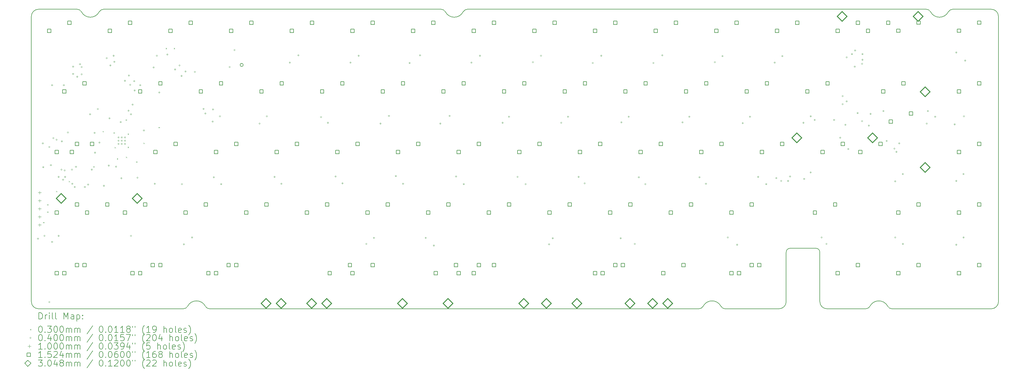
<source format=gbr>
%TF.GenerationSoftware,KiCad,Pcbnew,7.0.2-0*%
%TF.CreationDate,2023-06-24T13:13:10+03:00*%
%TF.ProjectId,rp2040-bakeneko65,72703230-3430-42d6-9261-6b656e656b6f,1*%
%TF.SameCoordinates,Original*%
%TF.FileFunction,Drillmap*%
%TF.FilePolarity,Positive*%
%FSLAX45Y45*%
G04 Gerber Fmt 4.5, Leading zero omitted, Abs format (unit mm)*
G04 Created by KiCad (PCBNEW 7.0.2-0) date 2023-06-24 13:13:10*
%MOMM*%
%LPD*%
G01*
G04 APERTURE LIST*
%ADD10C,0.200000*%
%ADD11C,0.030000*%
%ADD12C,0.040000*%
%ADD13C,0.100000*%
%ADD14C,0.152400*%
%ADD15C,0.304800*%
G04 APERTURE END LIST*
D10*
X5964790Y-17551110D02*
G75*
G03*
X6189789Y-17776110I225000J-1D01*
G01*
X29797289Y-15871109D02*
G75*
G03*
X29672289Y-15996109I-9J-124991D01*
G01*
X6189789Y-8356109D02*
G75*
G03*
X5964789Y-8581110I-9J-224991D01*
G01*
X8229600Y-8356113D02*
G75*
G03*
X8096597Y-8436755I-10J-149987D01*
G01*
X29447289Y-17776110D02*
X27755850Y-17776110D01*
X10738729Y-17776110D02*
X6189789Y-17776110D01*
X26931229Y-17776112D02*
G75*
G03*
X27064232Y-17695464I-9J150012D01*
G01*
X32169979Y-17776110D02*
X30954789Y-17776110D01*
X34207982Y-8436755D02*
G75*
G03*
X34766597Y-8436755I279307J145645D01*
G01*
X30729790Y-17551110D02*
G75*
G03*
X30954789Y-17776110I225000J-1D01*
G01*
X36114789Y-17776109D02*
G75*
G03*
X36339789Y-17551110I-9J225009D01*
G01*
X10738729Y-17776112D02*
G75*
G03*
X10871732Y-17695464I-9J150012D01*
G01*
X18967979Y-8436757D02*
G75*
G03*
X18834979Y-8356109I-132999J-69344D01*
G01*
X29797289Y-15871109D02*
X30604789Y-15871109D01*
X26931229Y-17776110D02*
X11563350Y-17776110D01*
X34074979Y-8356109D02*
X19659600Y-8356109D01*
X30729789Y-15996109D02*
X30729789Y-17551110D01*
X18834979Y-8356109D02*
X8229600Y-8356109D01*
X36114789Y-17776110D02*
X32994600Y-17776110D01*
X32861602Y-17695462D02*
G75*
G03*
X32994600Y-17776110I132998J69342D01*
G01*
X36339791Y-8581110D02*
G75*
G03*
X36114789Y-8356109I-225001J-1D01*
G01*
X7537979Y-8436757D02*
G75*
G03*
X7404979Y-8356109I-132999J-69344D01*
G01*
X11430352Y-17695462D02*
G75*
G03*
X11563350Y-17776110I132998J69342D01*
G01*
X32169979Y-17776112D02*
G75*
G03*
X32302982Y-17695464I-9J150012D01*
G01*
X32861597Y-17695464D02*
G75*
G03*
X32302982Y-17695464I-279307J-145645D01*
G01*
X36114789Y-8356109D02*
X34899600Y-8356109D01*
X27622847Y-17695464D02*
G75*
G03*
X27064232Y-17695464I-279307J-145645D01*
G01*
X29672289Y-15996109D02*
X29672289Y-17551110D01*
X30729790Y-15996109D02*
G75*
G03*
X30604789Y-15871109I-125001J-1D01*
G01*
X7537982Y-8436755D02*
G75*
G03*
X8096596Y-8436755I279307J145645D01*
G01*
X12619789Y-10106110D02*
G75*
G03*
X12619789Y-10106110I-50000J0D01*
G01*
X34899600Y-8356113D02*
G75*
G03*
X34766597Y-8436755I-10J-149987D01*
G01*
X11430347Y-17695464D02*
G75*
G03*
X10871732Y-17695464I-279307J-145645D01*
G01*
X18967982Y-8436755D02*
G75*
G03*
X19526597Y-8436755I279307J145645D01*
G01*
X19659600Y-8356113D02*
G75*
G03*
X19526597Y-8436755I-10J-149987D01*
G01*
X36339789Y-17551110D02*
X36339789Y-8581110D01*
X29447289Y-17776109D02*
G75*
G03*
X29672289Y-17551110I-9J225009D01*
G01*
X27622852Y-17695462D02*
G75*
G03*
X27755850Y-17776110I132998J69342D01*
G01*
X34207979Y-8436757D02*
G75*
G03*
X34074979Y-8356109I-132999J-69344D01*
G01*
X7404979Y-8356109D02*
X6189789Y-8356109D01*
X5964789Y-17551110D02*
X5964789Y-8581110D01*
D11*
X6335000Y-15047200D02*
X6365000Y-15077200D01*
X6365000Y-15047200D02*
X6335000Y-15077200D01*
X6462000Y-14488400D02*
X6492000Y-14518400D01*
X6492000Y-14488400D02*
X6462000Y-14518400D01*
X6462000Y-14717000D02*
X6492000Y-14747000D01*
X6492000Y-14717000D02*
X6462000Y-14747000D01*
X6741400Y-14069300D02*
X6771400Y-14099300D01*
X6771400Y-14069300D02*
X6741400Y-14099300D01*
X7142720Y-13756880D02*
X7172720Y-13786880D01*
X7172720Y-13756880D02*
X7142720Y-13786880D01*
X7909800Y-13294600D02*
X7939800Y-13324600D01*
X7939800Y-13294600D02*
X7909800Y-13324600D01*
X8204701Y-12185773D02*
X8234701Y-12215773D01*
X8234701Y-12185773D02*
X8204701Y-12215773D01*
X8544800Y-12227800D02*
X8574800Y-12257800D01*
X8574800Y-12227800D02*
X8544800Y-12257800D01*
X8580360Y-12690080D02*
X8610360Y-12720080D01*
X8610360Y-12690080D02*
X8580360Y-12720080D01*
X8650208Y-13045430D02*
X8680208Y-13075430D01*
X8680208Y-13045430D02*
X8650208Y-13075430D01*
X8925800Y-11821400D02*
X8955800Y-11851400D01*
X8955800Y-11821400D02*
X8925800Y-11851400D01*
X8933800Y-12994439D02*
X8963800Y-13024439D01*
X8963800Y-12994439D02*
X8933800Y-13024439D01*
X8989300Y-12265900D02*
X9019300Y-12295900D01*
X9019300Y-12265900D02*
X8989300Y-12295900D01*
X8989300Y-12681073D02*
X9019300Y-12711073D01*
X9019300Y-12681073D02*
X8989300Y-12711073D01*
X9256000Y-13142200D02*
X9286000Y-13172200D01*
X9286000Y-13142200D02*
X9256000Y-13172200D01*
X9486659Y-12555941D02*
X9516659Y-12585941D01*
X9516659Y-12555941D02*
X9486659Y-12585941D01*
X9962120Y-12060160D02*
X9992120Y-12090160D01*
X9992120Y-12060160D02*
X9962120Y-12090160D01*
X10183100Y-9573500D02*
X10213100Y-9603500D01*
X10213100Y-9573500D02*
X10183100Y-9603500D01*
X10437100Y-9573500D02*
X10467100Y-9603500D01*
X10467100Y-9573500D02*
X10437100Y-9603500D01*
D12*
X6192200Y-15570200D02*
G75*
G03*
X6192200Y-15570200I-20000J0D01*
G01*
X6344600Y-12573000D02*
G75*
G03*
X6344600Y-12573000I-20000J0D01*
G01*
X6357300Y-13322300D02*
G75*
G03*
X6357300Y-13322300I-20000J0D01*
G01*
X6395400Y-15481300D02*
G75*
G03*
X6395400Y-15481300I-20000J0D01*
G01*
X6547800Y-12687300D02*
G75*
G03*
X6547800Y-12687300I-20000J0D01*
G01*
X6547800Y-17564100D02*
G75*
G03*
X6547800Y-17564100I-20000J0D01*
G01*
X6598600Y-13261340D02*
G75*
G03*
X6598600Y-13261340I-20000J0D01*
G01*
X6636700Y-10744200D02*
G75*
G03*
X6636700Y-10744200I-20000J0D01*
G01*
X6636700Y-15671800D02*
G75*
G03*
X6636700Y-15671800I-20000J0D01*
G01*
X6674800Y-12407900D02*
G75*
G03*
X6674800Y-12407900I-20000J0D01*
G01*
X6776400Y-12458700D02*
G75*
G03*
X6776400Y-12458700I-20000J0D01*
G01*
X6839900Y-13627100D02*
G75*
G03*
X6839900Y-13627100I-20000J0D01*
G01*
X6839900Y-15481300D02*
G75*
G03*
X6839900Y-15481300I-20000J0D01*
G01*
X6928800Y-13398500D02*
G75*
G03*
X6928800Y-13398500I-20000J0D01*
G01*
X6941500Y-12509500D02*
G75*
G03*
X6941500Y-12509500I-20000J0D01*
G01*
X6979600Y-13716000D02*
G75*
G03*
X6979600Y-13716000I-20000J0D01*
G01*
X7005000Y-10744200D02*
G75*
G03*
X7005000Y-10744200I-20000J0D01*
G01*
X7030400Y-13423900D02*
G75*
G03*
X7030400Y-13423900I-20000J0D01*
G01*
X7043100Y-13627100D02*
G75*
G03*
X7043100Y-13627100I-20000J0D01*
G01*
X7132000Y-12230100D02*
G75*
G03*
X7132000Y-12230100I-20000J0D01*
G01*
X7259000Y-13398500D02*
G75*
G03*
X7259000Y-13398500I-20000J0D01*
G01*
X7271700Y-13843000D02*
G75*
G03*
X7271700Y-13843000I-20000J0D01*
G01*
X7297100Y-10160000D02*
G75*
G03*
X7297100Y-10160000I-20000J0D01*
G01*
X7297100Y-10388600D02*
G75*
G03*
X7297100Y-10388600I-20000J0D01*
G01*
X7347900Y-13944600D02*
G75*
G03*
X7347900Y-13944600I-20000J0D01*
G01*
X7386000Y-13309600D02*
G75*
G03*
X7386000Y-13309600I-20000J0D01*
G01*
X7424100Y-10477500D02*
G75*
G03*
X7424100Y-10477500I-20000J0D01*
G01*
X7513000Y-10083800D02*
G75*
G03*
X7513000Y-10083800I-20000J0D01*
G01*
X7563800Y-10172700D02*
G75*
G03*
X7563800Y-10172700I-20000J0D01*
G01*
X7563800Y-10401300D02*
G75*
G03*
X7563800Y-10401300I-20000J0D01*
G01*
X7665400Y-13944600D02*
G75*
G03*
X7665400Y-13944600I-20000J0D01*
G01*
X7767000Y-13868400D02*
G75*
G03*
X7767000Y-13868400I-20000J0D01*
G01*
X7830500Y-11658600D02*
G75*
G03*
X7830500Y-11658600I-20000J0D01*
G01*
X7881300Y-13398500D02*
G75*
G03*
X7881300Y-13398500I-20000J0D01*
G01*
X7970200Y-12242800D02*
G75*
G03*
X7970200Y-12242800I-20000J0D01*
G01*
X7982900Y-12865100D02*
G75*
G03*
X7982900Y-12865100I-20000J0D01*
G01*
X8071800Y-11493500D02*
G75*
G03*
X8071800Y-11493500I-20000J0D01*
G01*
X8122600Y-12547600D02*
G75*
G03*
X8122600Y-12547600I-20000J0D01*
G01*
X8262300Y-13906500D02*
G75*
G03*
X8262300Y-13906500I-20000J0D01*
G01*
X8351200Y-9893300D02*
G75*
G03*
X8351200Y-9893300I-20000J0D01*
G01*
X8414700Y-13271500D02*
G75*
G03*
X8414700Y-13271500I-20000J0D01*
G01*
X8440100Y-11785600D02*
G75*
G03*
X8440100Y-11785600I-20000J0D01*
G01*
X8465500Y-10121900D02*
G75*
G03*
X8465500Y-10121900I-20000J0D01*
G01*
X8567100Y-9817100D02*
G75*
G03*
X8567100Y-9817100I-20000J0D01*
G01*
X8592500Y-10007600D02*
G75*
G03*
X8592500Y-10007600I-20000J0D01*
G01*
X8646101Y-13305673D02*
G75*
G03*
X8646101Y-13305673I-20000J0D01*
G01*
X8722019Y-12386873D02*
G75*
G03*
X8722019Y-12386873I-20000J0D01*
G01*
X8722019Y-12488473D02*
G75*
G03*
X8722019Y-12488473I-20000J0D01*
G01*
X8722019Y-12590073D02*
G75*
G03*
X8722019Y-12590073I-20000J0D01*
G01*
X8789052Y-11904732D02*
G75*
G03*
X8789052Y-11904732I-20000J0D01*
G01*
X8810615Y-13671593D02*
G75*
G03*
X8810615Y-13671593I-20000J0D01*
G01*
X8823619Y-12386873D02*
G75*
G03*
X8823619Y-12386873I-20000J0D01*
G01*
X8823619Y-12488473D02*
G75*
G03*
X8823619Y-12488473I-20000J0D01*
G01*
X8823619Y-12590073D02*
G75*
G03*
X8823619Y-12590073I-20000J0D01*
G01*
X8922700Y-10604500D02*
G75*
G03*
X8922700Y-10604500I-20000J0D01*
G01*
X8925219Y-12386873D02*
G75*
G03*
X8925219Y-12386873I-20000J0D01*
G01*
X8925219Y-12488473D02*
G75*
G03*
X8925219Y-12488473I-20000J0D01*
G01*
X8925219Y-12590073D02*
G75*
G03*
X8925219Y-12590073I-20000J0D01*
G01*
X9037000Y-11546840D02*
G75*
G03*
X9037000Y-11546840I-20000J0D01*
G01*
X9049700Y-10439400D02*
G75*
G03*
X9049700Y-10439400I-20000J0D01*
G01*
X9087800Y-10731500D02*
G75*
G03*
X9087800Y-10731500I-20000J0D01*
G01*
X9113200Y-11658600D02*
G75*
G03*
X9113200Y-11658600I-20000J0D01*
G01*
X9113200Y-15481300D02*
G75*
G03*
X9113200Y-15481300I-20000J0D01*
G01*
X9164000Y-11353800D02*
G75*
G03*
X9164000Y-11353800I-20000J0D01*
G01*
X9214800Y-10617200D02*
G75*
G03*
X9214800Y-10617200I-20000J0D01*
G01*
X9227500Y-10909300D02*
G75*
G03*
X9227500Y-10909300I-20000J0D01*
G01*
X9316400Y-13652500D02*
G75*
G03*
X9316400Y-13652500I-20000J0D01*
G01*
X9405300Y-10744200D02*
G75*
G03*
X9405300Y-10744200I-20000J0D01*
G01*
X9519600Y-12166600D02*
G75*
G03*
X9519600Y-12166600I-20000J0D01*
G01*
X9824400Y-10185400D02*
G75*
G03*
X9824400Y-10185400I-20000J0D01*
G01*
X9862500Y-13843000D02*
G75*
G03*
X9862500Y-13843000I-20000J0D01*
G01*
X9926000Y-9817100D02*
G75*
G03*
X9926000Y-9817100I-20000J0D01*
G01*
X10002200Y-10972800D02*
G75*
G03*
X10002200Y-10972800I-20000J0D01*
G01*
X10256200Y-9779000D02*
G75*
G03*
X10256200Y-9779000I-20000J0D01*
G01*
X10497500Y-10248900D02*
G75*
G03*
X10497500Y-10248900I-20000J0D01*
G01*
X10637200Y-10121900D02*
G75*
G03*
X10637200Y-10121900I-20000J0D01*
G01*
X10700700Y-10452100D02*
G75*
G03*
X10700700Y-10452100I-20000J0D01*
G01*
X10713400Y-13855700D02*
G75*
G03*
X10713400Y-13855700I-20000J0D01*
G01*
X10776900Y-15748000D02*
G75*
G03*
X10776900Y-15748000I-20000J0D01*
G01*
X10827700Y-10312400D02*
G75*
G03*
X10827700Y-10312400I-20000J0D01*
G01*
X11030900Y-15532100D02*
G75*
G03*
X11030900Y-15532100I-20000J0D01*
G01*
X11119800Y-10325100D02*
G75*
G03*
X11119800Y-10325100I-20000J0D01*
G01*
X11392700Y-11488000D02*
G75*
G03*
X11392700Y-11488000I-20000J0D01*
G01*
X11450000Y-11633200D02*
G75*
G03*
X11450000Y-11633200I-20000J0D01*
G01*
X11678600Y-11887200D02*
G75*
G03*
X11678600Y-11887200I-20000J0D01*
G01*
X11691300Y-11506200D02*
G75*
G03*
X11691300Y-11506200I-20000J0D01*
G01*
X11716700Y-13639800D02*
G75*
G03*
X11716700Y-13639800I-20000J0D01*
G01*
X11907200Y-11722100D02*
G75*
G03*
X11907200Y-11722100I-20000J0D01*
G01*
X11945300Y-13855700D02*
G75*
G03*
X11945300Y-13855700I-20000J0D01*
G01*
X12212000Y-10172700D02*
G75*
G03*
X12212000Y-10172700I-20000J0D01*
G01*
X12364400Y-9639300D02*
G75*
G03*
X12364400Y-9639300I-20000J0D01*
G01*
X13151800Y-11950700D02*
G75*
G03*
X13151800Y-11950700I-20000J0D01*
G01*
X13380400Y-11722100D02*
G75*
G03*
X13380400Y-11722100I-20000J0D01*
G01*
X13621700Y-13627100D02*
G75*
G03*
X13621700Y-13627100I-20000J0D01*
G01*
X13837600Y-13843000D02*
G75*
G03*
X13837600Y-13843000I-20000J0D01*
G01*
X14104300Y-10033000D02*
G75*
G03*
X14104300Y-10033000I-20000J0D01*
G01*
X14371000Y-9804400D02*
G75*
G03*
X14371000Y-9804400I-20000J0D01*
G01*
X15082200Y-11747500D02*
G75*
G03*
X15082200Y-11747500I-20000J0D01*
G01*
X15298100Y-11925300D02*
G75*
G03*
X15298100Y-11925300I-20000J0D01*
G01*
X15539400Y-13614400D02*
G75*
G03*
X15539400Y-13614400I-20000J0D01*
G01*
X15755300Y-13830300D02*
G75*
G03*
X15755300Y-13830300I-20000J0D01*
G01*
X16009300Y-10033000D02*
G75*
G03*
X16009300Y-10033000I-20000J0D01*
G01*
X16263300Y-9817100D02*
G75*
G03*
X16263300Y-9817100I-20000J0D01*
G01*
X16504600Y-15735300D02*
G75*
G03*
X16504600Y-15735300I-20000J0D01*
G01*
X16745900Y-15544800D02*
G75*
G03*
X16745900Y-15544800I-20000J0D01*
G01*
X16949100Y-11950700D02*
G75*
G03*
X16949100Y-11950700I-20000J0D01*
G01*
X17215800Y-11709400D02*
G75*
G03*
X17215800Y-11709400I-20000J0D01*
G01*
X17431700Y-13601700D02*
G75*
G03*
X17431700Y-13601700I-20000J0D01*
G01*
X17660300Y-13843000D02*
G75*
G03*
X17660300Y-13843000I-20000J0D01*
G01*
X17863500Y-10045700D02*
G75*
G03*
X17863500Y-10045700I-20000J0D01*
G01*
X18193700Y-9804400D02*
G75*
G03*
X18193700Y-9804400I-20000J0D01*
G01*
X18371500Y-15544800D02*
G75*
G03*
X18371500Y-15544800I-20000J0D01*
G01*
X18625500Y-15786100D02*
G75*
G03*
X18625500Y-15786100I-20000J0D01*
G01*
X18828700Y-11950700D02*
G75*
G03*
X18828700Y-11950700I-20000J0D01*
G01*
X19120800Y-11709400D02*
G75*
G03*
X19120800Y-11709400I-20000J0D01*
G01*
X19324000Y-13614400D02*
G75*
G03*
X19324000Y-13614400I-20000J0D01*
G01*
X19565300Y-13855700D02*
G75*
G03*
X19565300Y-13855700I-20000J0D01*
G01*
X19806600Y-10033000D02*
G75*
G03*
X19806600Y-10033000I-20000J0D01*
G01*
X20073300Y-9817100D02*
G75*
G03*
X20073300Y-9817100I-20000J0D01*
G01*
X20784500Y-11925300D02*
G75*
G03*
X20784500Y-11925300I-20000J0D01*
G01*
X20987700Y-11734800D02*
G75*
G03*
X20987700Y-11734800I-20000J0D01*
G01*
X21254400Y-13627100D02*
G75*
G03*
X21254400Y-13627100I-20000J0D01*
G01*
X21508400Y-13855700D02*
G75*
G03*
X21508400Y-13855700I-20000J0D01*
G01*
X21737000Y-10020300D02*
G75*
G03*
X21737000Y-10020300I-20000J0D01*
G01*
X21991000Y-9817100D02*
G75*
G03*
X21991000Y-9817100I-20000J0D01*
G01*
X22245000Y-15748000D02*
G75*
G03*
X22245000Y-15748000I-20000J0D01*
G01*
X22359300Y-15557500D02*
G75*
G03*
X22359300Y-15557500I-20000J0D01*
G01*
X22626000Y-11925300D02*
G75*
G03*
X22626000Y-11925300I-20000J0D01*
G01*
X22841900Y-11734800D02*
G75*
G03*
X22841900Y-11734800I-20000J0D01*
G01*
X23172100Y-13627100D02*
G75*
G03*
X23172100Y-13627100I-20000J0D01*
G01*
X23362600Y-13830300D02*
G75*
G03*
X23362600Y-13830300I-20000J0D01*
G01*
X23616600Y-10045700D02*
G75*
G03*
X23616600Y-10045700I-20000J0D01*
G01*
X23883300Y-9817100D02*
G75*
G03*
X23883300Y-9817100I-20000J0D01*
G01*
X24492900Y-15557500D02*
G75*
G03*
X24492900Y-15557500I-20000J0D01*
G01*
X24518300Y-11912600D02*
G75*
G03*
X24518300Y-11912600I-20000J0D01*
G01*
X24746900Y-11734800D02*
G75*
G03*
X24746900Y-11734800I-20000J0D01*
G01*
X24937400Y-15735300D02*
G75*
G03*
X24937400Y-15735300I-20000J0D01*
G01*
X25064400Y-13639800D02*
G75*
G03*
X25064400Y-13639800I-20000J0D01*
G01*
X25267600Y-13855700D02*
G75*
G03*
X25267600Y-13855700I-20000J0D01*
G01*
X25521600Y-10045700D02*
G75*
G03*
X25521600Y-10045700I-20000J0D01*
G01*
X25801000Y-9804400D02*
G75*
G03*
X25801000Y-9804400I-20000J0D01*
G01*
X26436000Y-11912600D02*
G75*
G03*
X26436000Y-11912600I-20000J0D01*
G01*
X26651900Y-11734800D02*
G75*
G03*
X26651900Y-11734800I-20000J0D01*
G01*
X26969400Y-13639800D02*
G75*
G03*
X26969400Y-13639800I-20000J0D01*
G01*
X27172600Y-13843000D02*
G75*
G03*
X27172600Y-13843000I-20000J0D01*
G01*
X27452000Y-10020300D02*
G75*
G03*
X27452000Y-10020300I-20000J0D01*
G01*
X27693300Y-9829800D02*
G75*
G03*
X27693300Y-9829800I-20000J0D01*
G01*
X27858400Y-15532100D02*
G75*
G03*
X27858400Y-15532100I-20000J0D01*
G01*
X28150500Y-15760700D02*
G75*
G03*
X28150500Y-15760700I-20000J0D01*
G01*
X28328300Y-11938000D02*
G75*
G03*
X28328300Y-11938000I-20000J0D01*
G01*
X28556900Y-11734800D02*
G75*
G03*
X28556900Y-11734800I-20000J0D01*
G01*
X28810900Y-13627100D02*
G75*
G03*
X28810900Y-13627100I-20000J0D01*
G01*
X29064900Y-13855700D02*
G75*
G03*
X29064900Y-13855700I-20000J0D01*
G01*
X29331600Y-10033000D02*
G75*
G03*
X29331600Y-10033000I-20000J0D01*
G01*
X29382400Y-13665200D02*
G75*
G03*
X29382400Y-13665200I-20000J0D01*
G01*
X29534800Y-13754100D02*
G75*
G03*
X29534800Y-13754100I-20000J0D01*
G01*
X29572900Y-9829800D02*
G75*
G03*
X29572900Y-9829800I-20000J0D01*
G01*
X29750700Y-13754100D02*
G75*
G03*
X29750700Y-13754100I-20000J0D01*
G01*
X29814200Y-13614400D02*
G75*
G03*
X29814200Y-13614400I-20000J0D01*
G01*
X30233300Y-11925300D02*
G75*
G03*
X30233300Y-11925300I-20000J0D01*
G01*
X30258700Y-13690600D02*
G75*
G03*
X30258700Y-13690600I-20000J0D01*
G01*
X30461900Y-11722100D02*
G75*
G03*
X30461900Y-11722100I-20000J0D01*
G01*
X30461900Y-13487400D02*
G75*
G03*
X30461900Y-13487400I-20000J0D01*
G01*
X30588900Y-11836400D02*
G75*
G03*
X30588900Y-11836400I-20000J0D01*
G01*
X30804800Y-15532100D02*
G75*
G03*
X30804800Y-15532100I-20000J0D01*
G01*
X30957200Y-15735300D02*
G75*
G03*
X30957200Y-15735300I-20000J0D01*
G01*
X31198500Y-11836400D02*
G75*
G03*
X31198500Y-11836400I-20000J0D01*
G01*
X31389000Y-12395200D02*
G75*
G03*
X31389000Y-12395200I-20000J0D01*
G01*
X31465200Y-11087100D02*
G75*
G03*
X31465200Y-11087100I-20000J0D01*
G01*
X31465200Y-11341100D02*
G75*
G03*
X31465200Y-11341100I-20000J0D01*
G01*
X31554100Y-11988800D02*
G75*
G03*
X31554100Y-11988800I-20000J0D01*
G01*
X31592200Y-9867900D02*
G75*
G03*
X31592200Y-9867900I-20000J0D01*
G01*
X31592200Y-11252200D02*
G75*
G03*
X31592200Y-11252200I-20000J0D01*
G01*
X31643000Y-12750800D02*
G75*
G03*
X31643000Y-12750800I-20000J0D01*
G01*
X31757300Y-9766300D02*
G75*
G03*
X31757300Y-9766300I-20000J0D01*
G01*
X31846200Y-10160000D02*
G75*
G03*
X31846200Y-10160000I-20000J0D01*
G01*
X31858900Y-9652000D02*
G75*
G03*
X31858900Y-9652000I-20000J0D01*
G01*
X31935100Y-11620500D02*
G75*
G03*
X31935100Y-11620500I-20000J0D01*
G01*
X32074800Y-10071100D02*
G75*
G03*
X32074800Y-10071100I-20000J0D01*
G01*
X32074800Y-11874500D02*
G75*
G03*
X32074800Y-11874500I-20000J0D01*
G01*
X32087500Y-9766300D02*
G75*
G03*
X32087500Y-9766300I-20000J0D01*
G01*
X32087500Y-9944100D02*
G75*
G03*
X32087500Y-9944100I-20000J0D01*
G01*
X32290700Y-12014200D02*
G75*
G03*
X32290700Y-12014200I-20000J0D01*
G01*
X32341500Y-11645900D02*
G75*
G03*
X32341500Y-11645900I-20000J0D01*
G01*
X32747900Y-11557000D02*
G75*
G03*
X32747900Y-11557000I-20000J0D01*
G01*
X32849500Y-12496800D02*
G75*
G03*
X32849500Y-12496800I-20000J0D01*
G01*
X33090800Y-12738100D02*
G75*
G03*
X33090800Y-12738100I-20000J0D01*
G01*
X33116200Y-13766800D02*
G75*
G03*
X33116200Y-13766800I-20000J0D01*
G01*
X33116200Y-15532100D02*
G75*
G03*
X33116200Y-15532100I-20000J0D01*
G01*
X33154300Y-12839700D02*
G75*
G03*
X33154300Y-12839700I-20000J0D01*
G01*
X33243200Y-12573000D02*
G75*
G03*
X33243200Y-12573000I-20000J0D01*
G01*
X33357500Y-13538200D02*
G75*
G03*
X33357500Y-13538200I-20000J0D01*
G01*
X33357500Y-15735300D02*
G75*
G03*
X33357500Y-15735300I-20000J0D01*
G01*
X34106800Y-11950700D02*
G75*
G03*
X34106800Y-11950700I-20000J0D01*
G01*
X34144900Y-11557000D02*
G75*
G03*
X34144900Y-11557000I-20000J0D01*
G01*
X34373500Y-11734800D02*
G75*
G03*
X34373500Y-11734800I-20000J0D01*
G01*
X34983100Y-11976100D02*
G75*
G03*
X34983100Y-11976100I-20000J0D01*
G01*
X35033900Y-9715500D02*
G75*
G03*
X35033900Y-9715500I-20000J0D01*
G01*
X35033900Y-13754100D02*
G75*
G03*
X35033900Y-13754100I-20000J0D01*
G01*
X35033900Y-15760700D02*
G75*
G03*
X35033900Y-15760700I-20000J0D01*
G01*
X35262500Y-13538200D02*
G75*
G03*
X35262500Y-13538200I-20000J0D01*
G01*
X35262500Y-15532100D02*
G75*
G03*
X35262500Y-15532100I-20000J0D01*
G01*
X35275200Y-11722100D02*
G75*
G03*
X35275200Y-11722100I-20000J0D01*
G01*
X35313300Y-9969500D02*
G75*
G03*
X35313300Y-9969500I-20000J0D01*
G01*
D13*
X6223000Y-14072400D02*
X6223000Y-14172400D01*
X6173000Y-14122400D02*
X6273000Y-14122400D01*
X6223000Y-14326400D02*
X6223000Y-14426400D01*
X6173000Y-14376400D02*
X6273000Y-14376400D01*
X6223000Y-14580400D02*
X6223000Y-14680400D01*
X6173000Y-14630400D02*
X6273000Y-14630400D01*
X6223000Y-14834400D02*
X6223000Y-14934400D01*
X6173000Y-14884400D02*
X6273000Y-14884400D01*
X6223000Y-15088400D02*
X6223000Y-15188400D01*
X6173000Y-15138400D02*
X6273000Y-15138400D01*
D14*
X6578507Y-9086757D02*
X6578507Y-8978993D01*
X6470743Y-8978993D01*
X6470743Y-9086757D01*
X6578507Y-9086757D01*
X6816632Y-12896757D02*
X6816632Y-12788993D01*
X6708868Y-12788993D01*
X6708868Y-12896757D01*
X6816632Y-12896757D01*
X6816632Y-14801757D02*
X6816632Y-14693993D01*
X6708868Y-14693993D01*
X6708868Y-14801757D01*
X6816632Y-14801757D01*
X6816632Y-16706757D02*
X6816632Y-16598993D01*
X6708868Y-16598993D01*
X6708868Y-16706757D01*
X6816632Y-16706757D01*
X7054757Y-10991757D02*
X7054757Y-10883993D01*
X6946993Y-10883993D01*
X6946993Y-10991757D01*
X7054757Y-10991757D01*
X7054757Y-16706757D02*
X7054757Y-16598993D01*
X6946993Y-16598993D01*
X6946993Y-16706757D01*
X7054757Y-16706757D01*
X7213507Y-8832757D02*
X7213507Y-8724993D01*
X7105743Y-8724993D01*
X7105743Y-8832757D01*
X7213507Y-8832757D01*
X7292882Y-12896757D02*
X7292882Y-12788993D01*
X7185118Y-12788993D01*
X7185118Y-12896757D01*
X7292882Y-12896757D01*
X7451632Y-12642757D02*
X7451632Y-12534993D01*
X7343868Y-12534993D01*
X7343868Y-12642757D01*
X7451632Y-12642757D01*
X7451632Y-14547757D02*
X7451632Y-14439993D01*
X7343868Y-14439993D01*
X7343868Y-14547757D01*
X7451632Y-14547757D01*
X7451632Y-16452757D02*
X7451632Y-16344993D01*
X7343868Y-16344993D01*
X7343868Y-16452757D01*
X7451632Y-16452757D01*
X7689757Y-10737757D02*
X7689757Y-10629993D01*
X7581993Y-10629993D01*
X7581993Y-10737757D01*
X7689757Y-10737757D01*
X7689757Y-16452757D02*
X7689757Y-16344993D01*
X7581993Y-16344993D01*
X7581993Y-16452757D01*
X7689757Y-16452757D01*
X7769132Y-14801757D02*
X7769132Y-14693993D01*
X7661368Y-14693993D01*
X7661368Y-14801757D01*
X7769132Y-14801757D01*
X7927882Y-12642757D02*
X7927882Y-12534993D01*
X7820118Y-12534993D01*
X7820118Y-12642757D01*
X7927882Y-12642757D01*
X8404132Y-14547757D02*
X8404132Y-14439993D01*
X8296368Y-14439993D01*
X8296368Y-14547757D01*
X8404132Y-14547757D01*
X8483507Y-9086757D02*
X8483507Y-8978993D01*
X8375743Y-8978993D01*
X8375743Y-9086757D01*
X8483507Y-9086757D01*
X8959757Y-14801757D02*
X8959757Y-14693993D01*
X8851993Y-14693993D01*
X8851993Y-14801757D01*
X8959757Y-14801757D01*
X9118507Y-8832757D02*
X9118507Y-8724993D01*
X9010743Y-8724993D01*
X9010743Y-8832757D01*
X9118507Y-8832757D01*
X9197882Y-16706757D02*
X9197882Y-16598993D01*
X9090118Y-16598993D01*
X9090118Y-16706757D01*
X9197882Y-16706757D01*
X9436007Y-10991757D02*
X9436007Y-10883993D01*
X9328243Y-10883993D01*
X9328243Y-10991757D01*
X9436007Y-10991757D01*
X9436007Y-16706757D02*
X9436007Y-16598993D01*
X9328243Y-16598993D01*
X9328243Y-16706757D01*
X9436007Y-16706757D01*
X9594757Y-14547757D02*
X9594757Y-14439993D01*
X9486993Y-14439993D01*
X9486993Y-14547757D01*
X9594757Y-14547757D01*
X9832882Y-16452757D02*
X9832882Y-16344993D01*
X9725118Y-16344993D01*
X9725118Y-16452757D01*
X9832882Y-16452757D01*
X9912257Y-12896757D02*
X9912257Y-12788993D01*
X9804493Y-12788993D01*
X9804493Y-12896757D01*
X9912257Y-12896757D01*
X10071007Y-10737757D02*
X10071007Y-10629993D01*
X9963243Y-10629993D01*
X9963243Y-10737757D01*
X10071007Y-10737757D01*
X10071007Y-16452757D02*
X10071007Y-16344993D01*
X9963243Y-16344993D01*
X9963243Y-16452757D01*
X10071007Y-16452757D01*
X10388507Y-9086757D02*
X10388507Y-8978993D01*
X10280743Y-8978993D01*
X10280743Y-9086757D01*
X10388507Y-9086757D01*
X10547257Y-12642757D02*
X10547257Y-12534993D01*
X10439493Y-12534993D01*
X10439493Y-12642757D01*
X10547257Y-12642757D01*
X10864757Y-14801757D02*
X10864757Y-14693993D01*
X10756993Y-14693993D01*
X10756993Y-14801757D01*
X10864757Y-14801757D01*
X11023507Y-8832757D02*
X11023507Y-8724993D01*
X10915743Y-8724993D01*
X10915743Y-8832757D01*
X11023507Y-8832757D01*
X11341007Y-10991757D02*
X11341007Y-10883993D01*
X11233243Y-10883993D01*
X11233243Y-10991757D01*
X11341007Y-10991757D01*
X11499757Y-14547757D02*
X11499757Y-14439993D01*
X11391993Y-14439993D01*
X11391993Y-14547757D01*
X11499757Y-14547757D01*
X11579132Y-16706757D02*
X11579132Y-16598993D01*
X11471368Y-16598993D01*
X11471368Y-16706757D01*
X11579132Y-16706757D01*
X11817257Y-12896757D02*
X11817257Y-12788993D01*
X11709493Y-12788993D01*
X11709493Y-12896757D01*
X11817257Y-12896757D01*
X11817257Y-16706757D02*
X11817257Y-16598993D01*
X11709493Y-16598993D01*
X11709493Y-16706757D01*
X11817257Y-16706757D01*
X11976007Y-10737757D02*
X11976007Y-10629993D01*
X11868243Y-10629993D01*
X11868243Y-10737757D01*
X11976007Y-10737757D01*
X12214132Y-16452757D02*
X12214132Y-16344993D01*
X12106368Y-16344993D01*
X12106368Y-16452757D01*
X12214132Y-16452757D01*
X12293507Y-9086757D02*
X12293507Y-8978993D01*
X12185743Y-8978993D01*
X12185743Y-9086757D01*
X12293507Y-9086757D01*
X12452257Y-12642757D02*
X12452257Y-12534993D01*
X12344493Y-12534993D01*
X12344493Y-12642757D01*
X12452257Y-12642757D01*
X12452257Y-16452757D02*
X12452257Y-16344993D01*
X12344493Y-16344993D01*
X12344493Y-16452757D01*
X12452257Y-16452757D01*
X12769757Y-14801757D02*
X12769757Y-14693993D01*
X12661993Y-14693993D01*
X12661993Y-14801757D01*
X12769757Y-14801757D01*
X12928507Y-8832757D02*
X12928507Y-8724993D01*
X12820743Y-8724993D01*
X12820743Y-8832757D01*
X12928507Y-8832757D01*
X13246007Y-10991757D02*
X13246007Y-10883993D01*
X13138243Y-10883993D01*
X13138243Y-10991757D01*
X13246007Y-10991757D01*
X13404757Y-14547757D02*
X13404757Y-14439993D01*
X13296993Y-14439993D01*
X13296993Y-14547757D01*
X13404757Y-14547757D01*
X13722257Y-12896757D02*
X13722257Y-12788993D01*
X13614493Y-12788993D01*
X13614493Y-12896757D01*
X13722257Y-12896757D01*
X13881007Y-10737757D02*
X13881007Y-10629993D01*
X13773243Y-10629993D01*
X13773243Y-10737757D01*
X13881007Y-10737757D01*
X14198507Y-9086757D02*
X14198507Y-8978993D01*
X14090743Y-8978993D01*
X14090743Y-9086757D01*
X14198507Y-9086757D01*
X14357257Y-12642757D02*
X14357257Y-12534993D01*
X14249493Y-12534993D01*
X14249493Y-12642757D01*
X14357257Y-12642757D01*
X14674757Y-14801757D02*
X14674757Y-14693993D01*
X14566993Y-14693993D01*
X14566993Y-14801757D01*
X14674757Y-14801757D01*
X14833507Y-8832757D02*
X14833507Y-8724993D01*
X14725743Y-8724993D01*
X14725743Y-8832757D01*
X14833507Y-8832757D01*
X15151007Y-10991757D02*
X15151007Y-10883993D01*
X15043243Y-10883993D01*
X15043243Y-10991757D01*
X15151007Y-10991757D01*
X15309757Y-14547757D02*
X15309757Y-14439993D01*
X15201993Y-14439993D01*
X15201993Y-14547757D01*
X15309757Y-14547757D01*
X15389132Y-16706757D02*
X15389132Y-16598993D01*
X15281368Y-16598993D01*
X15281368Y-16706757D01*
X15389132Y-16706757D01*
X15627257Y-12896757D02*
X15627257Y-12788993D01*
X15519493Y-12788993D01*
X15519493Y-12896757D01*
X15627257Y-12896757D01*
X15786007Y-10737757D02*
X15786007Y-10629993D01*
X15678243Y-10629993D01*
X15678243Y-10737757D01*
X15786007Y-10737757D01*
X16024132Y-16452757D02*
X16024132Y-16344993D01*
X15916368Y-16344993D01*
X15916368Y-16452757D01*
X16024132Y-16452757D01*
X16103507Y-9086757D02*
X16103507Y-8978993D01*
X15995743Y-8978993D01*
X15995743Y-9086757D01*
X16103507Y-9086757D01*
X16103507Y-16706757D02*
X16103507Y-16598993D01*
X15995743Y-16598993D01*
X15995743Y-16706757D01*
X16103507Y-16706757D01*
X16262257Y-12642757D02*
X16262257Y-12534993D01*
X16154493Y-12534993D01*
X16154493Y-12642757D01*
X16262257Y-12642757D01*
X16579757Y-14801757D02*
X16579757Y-14693993D01*
X16471993Y-14693993D01*
X16471993Y-14801757D01*
X16579757Y-14801757D01*
X16738507Y-8832757D02*
X16738507Y-8724993D01*
X16630743Y-8724993D01*
X16630743Y-8832757D01*
X16738507Y-8832757D01*
X16738507Y-16452757D02*
X16738507Y-16344993D01*
X16630743Y-16344993D01*
X16630743Y-16452757D01*
X16738507Y-16452757D01*
X17056007Y-10991757D02*
X17056007Y-10883993D01*
X16948243Y-10883993D01*
X16948243Y-10991757D01*
X17056007Y-10991757D01*
X17214757Y-14547757D02*
X17214757Y-14439993D01*
X17106993Y-14439993D01*
X17106993Y-14547757D01*
X17214757Y-14547757D01*
X17532257Y-12896757D02*
X17532257Y-12788993D01*
X17424493Y-12788993D01*
X17424493Y-12896757D01*
X17532257Y-12896757D01*
X17691007Y-10737757D02*
X17691007Y-10629993D01*
X17583243Y-10629993D01*
X17583243Y-10737757D01*
X17691007Y-10737757D01*
X18008507Y-9086757D02*
X18008507Y-8978993D01*
X17900743Y-8978993D01*
X17900743Y-9086757D01*
X18008507Y-9086757D01*
X18167257Y-12642757D02*
X18167257Y-12534993D01*
X18059493Y-12534993D01*
X18059493Y-12642757D01*
X18167257Y-12642757D01*
X18484757Y-14801757D02*
X18484757Y-14693993D01*
X18376993Y-14693993D01*
X18376993Y-14801757D01*
X18484757Y-14801757D01*
X18643507Y-8832757D02*
X18643507Y-8724993D01*
X18535743Y-8724993D01*
X18535743Y-8832757D01*
X18643507Y-8832757D01*
X18722882Y-16706757D02*
X18722882Y-16598993D01*
X18615118Y-16598993D01*
X18615118Y-16706757D01*
X18722882Y-16706757D01*
X18961007Y-10991757D02*
X18961007Y-10883993D01*
X18853243Y-10883993D01*
X18853243Y-10991757D01*
X18961007Y-10991757D01*
X19119757Y-14547757D02*
X19119757Y-14439993D01*
X19011993Y-14439993D01*
X19011993Y-14547757D01*
X19119757Y-14547757D01*
X19357882Y-16452757D02*
X19357882Y-16344993D01*
X19250118Y-16344993D01*
X19250118Y-16452757D01*
X19357882Y-16452757D01*
X19437257Y-12896757D02*
X19437257Y-12788993D01*
X19329493Y-12788993D01*
X19329493Y-12896757D01*
X19437257Y-12896757D01*
X19437257Y-16706757D02*
X19437257Y-16598993D01*
X19329493Y-16598993D01*
X19329493Y-16706757D01*
X19437257Y-16706757D01*
X19596007Y-10737757D02*
X19596007Y-10629993D01*
X19488243Y-10629993D01*
X19488243Y-10737757D01*
X19596007Y-10737757D01*
X19913507Y-9086757D02*
X19913507Y-8978993D01*
X19805743Y-8978993D01*
X19805743Y-9086757D01*
X19913507Y-9086757D01*
X19913507Y-16706757D02*
X19913507Y-16598993D01*
X19805743Y-16598993D01*
X19805743Y-16706757D01*
X19913507Y-16706757D01*
X20072257Y-12642757D02*
X20072257Y-12534993D01*
X19964493Y-12534993D01*
X19964493Y-12642757D01*
X20072257Y-12642757D01*
X20072257Y-16452757D02*
X20072257Y-16344993D01*
X19964493Y-16344993D01*
X19964493Y-16452757D01*
X20072257Y-16452757D01*
X20389757Y-14801757D02*
X20389757Y-14693993D01*
X20281993Y-14693993D01*
X20281993Y-14801757D01*
X20389757Y-14801757D01*
X20548507Y-8832757D02*
X20548507Y-8724993D01*
X20440743Y-8724993D01*
X20440743Y-8832757D01*
X20548507Y-8832757D01*
X20548507Y-16452757D02*
X20548507Y-16344993D01*
X20440743Y-16344993D01*
X20440743Y-16452757D01*
X20548507Y-16452757D01*
X20866007Y-10991757D02*
X20866007Y-10883993D01*
X20758243Y-10883993D01*
X20758243Y-10991757D01*
X20866007Y-10991757D01*
X21024757Y-14547757D02*
X21024757Y-14439993D01*
X20916993Y-14439993D01*
X20916993Y-14547757D01*
X21024757Y-14547757D01*
X21342257Y-12896757D02*
X21342257Y-12788993D01*
X21234493Y-12788993D01*
X21234493Y-12896757D01*
X21342257Y-12896757D01*
X21501007Y-10737757D02*
X21501007Y-10629993D01*
X21393243Y-10629993D01*
X21393243Y-10737757D01*
X21501007Y-10737757D01*
X21818507Y-9086757D02*
X21818507Y-8978993D01*
X21710743Y-8978993D01*
X21710743Y-9086757D01*
X21818507Y-9086757D01*
X21977257Y-12642757D02*
X21977257Y-12534993D01*
X21869493Y-12534993D01*
X21869493Y-12642757D01*
X21977257Y-12642757D01*
X22294757Y-14801757D02*
X22294757Y-14693993D01*
X22186993Y-14693993D01*
X22186993Y-14801757D01*
X22294757Y-14801757D01*
X22453507Y-8832757D02*
X22453507Y-8724993D01*
X22345743Y-8724993D01*
X22345743Y-8832757D01*
X22453507Y-8832757D01*
X22771007Y-10991757D02*
X22771007Y-10883993D01*
X22663243Y-10883993D01*
X22663243Y-10991757D01*
X22771007Y-10991757D01*
X22929757Y-14547757D02*
X22929757Y-14439993D01*
X22821993Y-14439993D01*
X22821993Y-14547757D01*
X22929757Y-14547757D01*
X23247257Y-12896757D02*
X23247257Y-12788993D01*
X23139493Y-12788993D01*
X23139493Y-12896757D01*
X23247257Y-12896757D01*
X23406007Y-10737757D02*
X23406007Y-10629993D01*
X23298243Y-10629993D01*
X23298243Y-10737757D01*
X23406007Y-10737757D01*
X23723507Y-9086757D02*
X23723507Y-8978993D01*
X23615743Y-8978993D01*
X23615743Y-9086757D01*
X23723507Y-9086757D01*
X23723507Y-16706757D02*
X23723507Y-16598993D01*
X23615743Y-16598993D01*
X23615743Y-16706757D01*
X23723507Y-16706757D01*
X23882257Y-12642757D02*
X23882257Y-12534993D01*
X23774493Y-12534993D01*
X23774493Y-12642757D01*
X23882257Y-12642757D01*
X23961632Y-16706757D02*
X23961632Y-16598993D01*
X23853868Y-16598993D01*
X23853868Y-16706757D01*
X23961632Y-16706757D01*
X24199757Y-14801757D02*
X24199757Y-14693993D01*
X24091993Y-14693993D01*
X24091993Y-14801757D01*
X24199757Y-14801757D01*
X24358507Y-8832757D02*
X24358507Y-8724993D01*
X24250743Y-8724993D01*
X24250743Y-8832757D01*
X24358507Y-8832757D01*
X24358507Y-16452757D02*
X24358507Y-16344993D01*
X24250743Y-16344993D01*
X24250743Y-16452757D01*
X24358507Y-16452757D01*
X24596632Y-16452757D02*
X24596632Y-16344993D01*
X24488868Y-16344993D01*
X24488868Y-16452757D01*
X24596632Y-16452757D01*
X24676007Y-10991757D02*
X24676007Y-10883993D01*
X24568243Y-10883993D01*
X24568243Y-10991757D01*
X24676007Y-10991757D01*
X24834757Y-14547757D02*
X24834757Y-14439993D01*
X24726993Y-14439993D01*
X24726993Y-14547757D01*
X24834757Y-14547757D01*
X25152257Y-12896757D02*
X25152257Y-12788993D01*
X25044493Y-12788993D01*
X25044493Y-12896757D01*
X25152257Y-12896757D01*
X25311007Y-10737757D02*
X25311007Y-10629993D01*
X25203243Y-10629993D01*
X25203243Y-10737757D01*
X25311007Y-10737757D01*
X25628507Y-9086757D02*
X25628507Y-8978993D01*
X25520743Y-8978993D01*
X25520743Y-9086757D01*
X25628507Y-9086757D01*
X25787257Y-12642757D02*
X25787257Y-12534993D01*
X25679493Y-12534993D01*
X25679493Y-12642757D01*
X25787257Y-12642757D01*
X25866632Y-16706757D02*
X25866632Y-16598993D01*
X25758868Y-16598993D01*
X25758868Y-16706757D01*
X25866632Y-16706757D01*
X26104757Y-14801757D02*
X26104757Y-14693993D01*
X25996993Y-14693993D01*
X25996993Y-14801757D01*
X26104757Y-14801757D01*
X26263507Y-8832757D02*
X26263507Y-8724993D01*
X26155743Y-8724993D01*
X26155743Y-8832757D01*
X26263507Y-8832757D01*
X26501632Y-16452757D02*
X26501632Y-16344993D01*
X26393868Y-16344993D01*
X26393868Y-16452757D01*
X26501632Y-16452757D01*
X26581007Y-10991757D02*
X26581007Y-10883993D01*
X26473243Y-10883993D01*
X26473243Y-10991757D01*
X26581007Y-10991757D01*
X26739757Y-14547757D02*
X26739757Y-14439993D01*
X26631993Y-14439993D01*
X26631993Y-14547757D01*
X26739757Y-14547757D01*
X27057257Y-12896757D02*
X27057257Y-12788993D01*
X26949493Y-12788993D01*
X26949493Y-12896757D01*
X27057257Y-12896757D01*
X27216007Y-10737757D02*
X27216007Y-10629993D01*
X27108243Y-10629993D01*
X27108243Y-10737757D01*
X27216007Y-10737757D01*
X27533507Y-9086757D02*
X27533507Y-8978993D01*
X27425743Y-8978993D01*
X27425743Y-9086757D01*
X27533507Y-9086757D01*
X27692257Y-12642757D02*
X27692257Y-12534993D01*
X27584493Y-12534993D01*
X27584493Y-12642757D01*
X27692257Y-12642757D01*
X28009757Y-14801757D02*
X28009757Y-14693993D01*
X27901993Y-14693993D01*
X27901993Y-14801757D01*
X28009757Y-14801757D01*
X28009757Y-16706757D02*
X28009757Y-16598993D01*
X27901993Y-16598993D01*
X27901993Y-16706757D01*
X28009757Y-16706757D01*
X28168507Y-8832757D02*
X28168507Y-8724993D01*
X28060743Y-8724993D01*
X28060743Y-8832757D01*
X28168507Y-8832757D01*
X28247882Y-16706757D02*
X28247882Y-16598993D01*
X28140118Y-16598993D01*
X28140118Y-16706757D01*
X28247882Y-16706757D01*
X28486007Y-10991757D02*
X28486007Y-10883993D01*
X28378243Y-10883993D01*
X28378243Y-10991757D01*
X28486007Y-10991757D01*
X28644757Y-14547757D02*
X28644757Y-14439993D01*
X28536993Y-14439993D01*
X28536993Y-14547757D01*
X28644757Y-14547757D01*
X28644757Y-16452757D02*
X28644757Y-16344993D01*
X28536993Y-16344993D01*
X28536993Y-16452757D01*
X28644757Y-16452757D01*
X28882882Y-16452757D02*
X28882882Y-16344993D01*
X28775118Y-16344993D01*
X28775118Y-16452757D01*
X28882882Y-16452757D01*
X28962257Y-12896757D02*
X28962257Y-12788993D01*
X28854493Y-12788993D01*
X28854493Y-12896757D01*
X28962257Y-12896757D01*
X29121007Y-10737757D02*
X29121007Y-10629993D01*
X29013243Y-10629993D01*
X29013243Y-10737757D01*
X29121007Y-10737757D01*
X29438507Y-9086757D02*
X29438507Y-8978993D01*
X29330743Y-8978993D01*
X29330743Y-9086757D01*
X29438507Y-9086757D01*
X29597257Y-12642757D02*
X29597257Y-12534993D01*
X29489493Y-12534993D01*
X29489493Y-12642757D01*
X29597257Y-12642757D01*
X30073507Y-8832757D02*
X30073507Y-8724993D01*
X29965743Y-8724993D01*
X29965743Y-8832757D01*
X30073507Y-8832757D01*
X30391007Y-10991757D02*
X30391007Y-10883993D01*
X30283243Y-10883993D01*
X30283243Y-10991757D01*
X30391007Y-10991757D01*
X30629132Y-14801757D02*
X30629132Y-14693993D01*
X30521368Y-14693993D01*
X30521368Y-14801757D01*
X30629132Y-14801757D01*
X30867257Y-12896757D02*
X30867257Y-12788993D01*
X30759493Y-12788993D01*
X30759493Y-12896757D01*
X30867257Y-12896757D01*
X31026007Y-10737757D02*
X31026007Y-10629993D01*
X30918243Y-10629993D01*
X30918243Y-10737757D01*
X31026007Y-10737757D01*
X31264132Y-14547757D02*
X31264132Y-14439993D01*
X31156368Y-14439993D01*
X31156368Y-14547757D01*
X31264132Y-14547757D01*
X31343507Y-9086757D02*
X31343507Y-8978993D01*
X31235743Y-8978993D01*
X31235743Y-9086757D01*
X31343507Y-9086757D01*
X31343507Y-16706757D02*
X31343507Y-16598993D01*
X31235743Y-16598993D01*
X31235743Y-16706757D01*
X31343507Y-16706757D01*
X31502257Y-12642757D02*
X31502257Y-12534993D01*
X31394493Y-12534993D01*
X31394493Y-12642757D01*
X31502257Y-12642757D01*
X31978507Y-8832757D02*
X31978507Y-8724993D01*
X31870743Y-8724993D01*
X31870743Y-8832757D01*
X31978507Y-8832757D01*
X31978507Y-16452757D02*
X31978507Y-16344993D01*
X31870743Y-16344993D01*
X31870743Y-16452757D01*
X31978507Y-16452757D01*
X32057882Y-12896757D02*
X32057882Y-12788993D01*
X31950118Y-12788993D01*
X31950118Y-12896757D01*
X32057882Y-12896757D01*
X32296007Y-9086757D02*
X32296007Y-8978993D01*
X32188243Y-8978993D01*
X32188243Y-9086757D01*
X32296007Y-9086757D01*
X32692882Y-12642757D02*
X32692882Y-12534993D01*
X32585118Y-12534993D01*
X32585118Y-12642757D01*
X32692882Y-12642757D01*
X32772257Y-10991757D02*
X32772257Y-10883993D01*
X32664493Y-10883993D01*
X32664493Y-10991757D01*
X32772257Y-10991757D01*
X32931007Y-8832757D02*
X32931007Y-8724993D01*
X32823243Y-8724993D01*
X32823243Y-8832757D01*
X32931007Y-8832757D01*
X33010382Y-11944257D02*
X33010382Y-11836493D01*
X32902618Y-11836493D01*
X32902618Y-11944257D01*
X33010382Y-11944257D01*
X33248507Y-14801757D02*
X33248507Y-14693993D01*
X33140743Y-14693993D01*
X33140743Y-14801757D01*
X33248507Y-14801757D01*
X33248507Y-16706757D02*
X33248507Y-16598993D01*
X33140743Y-16598993D01*
X33140743Y-16706757D01*
X33248507Y-16706757D01*
X33251682Y-9083582D02*
X33251682Y-8975818D01*
X33143918Y-8975818D01*
X33143918Y-9083582D01*
X33251682Y-9083582D01*
X33407257Y-10737757D02*
X33407257Y-10629993D01*
X33299493Y-10629993D01*
X33299493Y-10737757D01*
X33407257Y-10737757D01*
X33645382Y-11690257D02*
X33645382Y-11582493D01*
X33537618Y-11582493D01*
X33537618Y-11690257D01*
X33645382Y-11690257D01*
X33883507Y-14547757D02*
X33883507Y-14439993D01*
X33775743Y-14439993D01*
X33775743Y-14547757D01*
X33883507Y-14547757D01*
X33883507Y-16452757D02*
X33883507Y-16344993D01*
X33775743Y-16344993D01*
X33775743Y-16452757D01*
X33883507Y-16452757D01*
X33886682Y-8829582D02*
X33886682Y-8721818D01*
X33778918Y-8721818D01*
X33778918Y-8829582D01*
X33886682Y-8829582D01*
X35153507Y-10991757D02*
X35153507Y-10883993D01*
X35045743Y-10883993D01*
X35045743Y-10991757D01*
X35153507Y-10991757D01*
X35153507Y-12896757D02*
X35153507Y-12788993D01*
X35045743Y-12788993D01*
X35045743Y-12896757D01*
X35153507Y-12896757D01*
X35153507Y-14801757D02*
X35153507Y-14693993D01*
X35045743Y-14693993D01*
X35045743Y-14801757D01*
X35153507Y-14801757D01*
X35153507Y-16706757D02*
X35153507Y-16598993D01*
X35045743Y-16598993D01*
X35045743Y-16706757D01*
X35153507Y-16706757D01*
X35156682Y-9083582D02*
X35156682Y-8975818D01*
X35048918Y-8975818D01*
X35048918Y-9083582D01*
X35156682Y-9083582D01*
X35788507Y-10737757D02*
X35788507Y-10629993D01*
X35680743Y-10629993D01*
X35680743Y-10737757D01*
X35788507Y-10737757D01*
X35788507Y-12642757D02*
X35788507Y-12534993D01*
X35680743Y-12534993D01*
X35680743Y-12642757D01*
X35788507Y-12642757D01*
X35788507Y-14547757D02*
X35788507Y-14439993D01*
X35680743Y-14439993D01*
X35680743Y-14547757D01*
X35788507Y-14547757D01*
X35788507Y-16452757D02*
X35788507Y-16344993D01*
X35680743Y-16344993D01*
X35680743Y-16452757D01*
X35788507Y-16452757D01*
X35791682Y-8829582D02*
X35791682Y-8721818D01*
X35683918Y-8721818D01*
X35683918Y-8829582D01*
X35791682Y-8829582D01*
D15*
X6905625Y-14455775D02*
X7058025Y-14303375D01*
X6905625Y-14150975D01*
X6753225Y-14303375D01*
X6905625Y-14455775D01*
X9286875Y-14455775D02*
X9439275Y-14303375D01*
X9286875Y-14150975D01*
X9134475Y-14303375D01*
X9286875Y-14455775D01*
X13335000Y-17757775D02*
X13487400Y-17605375D01*
X13335000Y-17452975D01*
X13182600Y-17605375D01*
X13335000Y-17757775D01*
X13811250Y-17757775D02*
X13963650Y-17605375D01*
X13811250Y-17452975D01*
X13658850Y-17605375D01*
X13811250Y-17757775D01*
X14763750Y-17757775D02*
X14916150Y-17605375D01*
X14763750Y-17452975D01*
X14611350Y-17605375D01*
X14763750Y-17757775D01*
X15240000Y-17757775D02*
X15392400Y-17605375D01*
X15240000Y-17452975D01*
X15087600Y-17605375D01*
X15240000Y-17757775D01*
X17621250Y-17757775D02*
X17773650Y-17605375D01*
X17621250Y-17452975D01*
X17468850Y-17605375D01*
X17621250Y-17757775D01*
X17621250Y-17757775D02*
X17773650Y-17605375D01*
X17621250Y-17452975D01*
X17468850Y-17605375D01*
X17621250Y-17757775D01*
X19050000Y-17757775D02*
X19202400Y-17605375D01*
X19050000Y-17452975D01*
X18897600Y-17605375D01*
X19050000Y-17757775D01*
X21431250Y-17757775D02*
X21583650Y-17605375D01*
X21431250Y-17452975D01*
X21278850Y-17605375D01*
X21431250Y-17757775D01*
X22145625Y-17757775D02*
X22298025Y-17605375D01*
X22145625Y-17452975D01*
X21993225Y-17605375D01*
X22145625Y-17757775D01*
X23098125Y-17757775D02*
X23250525Y-17605375D01*
X23098125Y-17452975D01*
X22945725Y-17605375D01*
X23098125Y-17757775D01*
X24765000Y-17757775D02*
X24917400Y-17605375D01*
X24765000Y-17452975D01*
X24612600Y-17605375D01*
X24765000Y-17757775D01*
X24765000Y-17757775D02*
X24917400Y-17605375D01*
X24765000Y-17452975D01*
X24612600Y-17605375D01*
X24765000Y-17757775D01*
X25479375Y-17757775D02*
X25631775Y-17605375D01*
X25479375Y-17452975D01*
X25326975Y-17605375D01*
X25479375Y-17757775D01*
X25955625Y-17757775D02*
X26108025Y-17605375D01*
X25955625Y-17452975D01*
X25803225Y-17605375D01*
X25955625Y-17757775D01*
X30003750Y-12550775D02*
X30156150Y-12398375D01*
X30003750Y-12245975D01*
X29851350Y-12398375D01*
X30003750Y-12550775D01*
X31432500Y-8737600D02*
X31584900Y-8585200D01*
X31432500Y-8432800D01*
X31280100Y-8585200D01*
X31432500Y-8737600D01*
X32385000Y-12550775D02*
X32537400Y-12398375D01*
X32385000Y-12245975D01*
X32232600Y-12398375D01*
X32385000Y-12550775D01*
X33813750Y-8737600D02*
X33966150Y-8585200D01*
X33813750Y-8432800D01*
X33661350Y-8585200D01*
X33813750Y-8737600D01*
X34036000Y-11106150D02*
X34188400Y-10953750D01*
X34036000Y-10801350D01*
X33883600Y-10953750D01*
X34036000Y-11106150D01*
X34036000Y-13487400D02*
X34188400Y-13335000D01*
X34036000Y-13182600D01*
X33883600Y-13335000D01*
X34036000Y-13487400D01*
D10*
X6202408Y-18098633D02*
X6202408Y-17898633D01*
X6202408Y-17898633D02*
X6250027Y-17898633D01*
X6250027Y-17898633D02*
X6278599Y-17908157D01*
X6278599Y-17908157D02*
X6297646Y-17927205D01*
X6297646Y-17927205D02*
X6307170Y-17946252D01*
X6307170Y-17946252D02*
X6316694Y-17984348D01*
X6316694Y-17984348D02*
X6316694Y-18012919D01*
X6316694Y-18012919D02*
X6307170Y-18051014D01*
X6307170Y-18051014D02*
X6297646Y-18070062D01*
X6297646Y-18070062D02*
X6278599Y-18089110D01*
X6278599Y-18089110D02*
X6250027Y-18098633D01*
X6250027Y-18098633D02*
X6202408Y-18098633D01*
X6402408Y-18098633D02*
X6402408Y-17965300D01*
X6402408Y-18003395D02*
X6411932Y-17984348D01*
X6411932Y-17984348D02*
X6421456Y-17974824D01*
X6421456Y-17974824D02*
X6440504Y-17965300D01*
X6440504Y-17965300D02*
X6459551Y-17965300D01*
X6526218Y-18098633D02*
X6526218Y-17965300D01*
X6526218Y-17898633D02*
X6516694Y-17908157D01*
X6516694Y-17908157D02*
X6526218Y-17917681D01*
X6526218Y-17917681D02*
X6535742Y-17908157D01*
X6535742Y-17908157D02*
X6526218Y-17898633D01*
X6526218Y-17898633D02*
X6526218Y-17917681D01*
X6650027Y-18098633D02*
X6630980Y-18089110D01*
X6630980Y-18089110D02*
X6621456Y-18070062D01*
X6621456Y-18070062D02*
X6621456Y-17898633D01*
X6754789Y-18098633D02*
X6735742Y-18089110D01*
X6735742Y-18089110D02*
X6726218Y-18070062D01*
X6726218Y-18070062D02*
X6726218Y-17898633D01*
X6983361Y-18098633D02*
X6983361Y-17898633D01*
X6983361Y-17898633D02*
X7050027Y-18041490D01*
X7050027Y-18041490D02*
X7116694Y-17898633D01*
X7116694Y-17898633D02*
X7116694Y-18098633D01*
X7297646Y-18098633D02*
X7297646Y-17993871D01*
X7297646Y-17993871D02*
X7288123Y-17974824D01*
X7288123Y-17974824D02*
X7269075Y-17965300D01*
X7269075Y-17965300D02*
X7230980Y-17965300D01*
X7230980Y-17965300D02*
X7211932Y-17974824D01*
X7297646Y-18089110D02*
X7278599Y-18098633D01*
X7278599Y-18098633D02*
X7230980Y-18098633D01*
X7230980Y-18098633D02*
X7211932Y-18089110D01*
X7211932Y-18089110D02*
X7202408Y-18070062D01*
X7202408Y-18070062D02*
X7202408Y-18051014D01*
X7202408Y-18051014D02*
X7211932Y-18031967D01*
X7211932Y-18031967D02*
X7230980Y-18022443D01*
X7230980Y-18022443D02*
X7278599Y-18022443D01*
X7278599Y-18022443D02*
X7297646Y-18012919D01*
X7392885Y-17965300D02*
X7392885Y-18165300D01*
X7392885Y-17974824D02*
X7411932Y-17965300D01*
X7411932Y-17965300D02*
X7450027Y-17965300D01*
X7450027Y-17965300D02*
X7469075Y-17974824D01*
X7469075Y-17974824D02*
X7478599Y-17984348D01*
X7478599Y-17984348D02*
X7488123Y-18003395D01*
X7488123Y-18003395D02*
X7488123Y-18060538D01*
X7488123Y-18060538D02*
X7478599Y-18079586D01*
X7478599Y-18079586D02*
X7469075Y-18089110D01*
X7469075Y-18089110D02*
X7450027Y-18098633D01*
X7450027Y-18098633D02*
X7411932Y-18098633D01*
X7411932Y-18098633D02*
X7392885Y-18089110D01*
X7573837Y-18079586D02*
X7583361Y-18089110D01*
X7583361Y-18089110D02*
X7573837Y-18098633D01*
X7573837Y-18098633D02*
X7564313Y-18089110D01*
X7564313Y-18089110D02*
X7573837Y-18079586D01*
X7573837Y-18079586D02*
X7573837Y-18098633D01*
X7573837Y-17974824D02*
X7583361Y-17984348D01*
X7583361Y-17984348D02*
X7573837Y-17993871D01*
X7573837Y-17993871D02*
X7564313Y-17984348D01*
X7564313Y-17984348D02*
X7573837Y-17974824D01*
X7573837Y-17974824D02*
X7573837Y-17993871D01*
D11*
X5924789Y-18411110D02*
X5954789Y-18441110D01*
X5954789Y-18411110D02*
X5924789Y-18441110D01*
D10*
X6240504Y-18318633D02*
X6259551Y-18318633D01*
X6259551Y-18318633D02*
X6278599Y-18328157D01*
X6278599Y-18328157D02*
X6288123Y-18337681D01*
X6288123Y-18337681D02*
X6297646Y-18356729D01*
X6297646Y-18356729D02*
X6307170Y-18394824D01*
X6307170Y-18394824D02*
X6307170Y-18442443D01*
X6307170Y-18442443D02*
X6297646Y-18480538D01*
X6297646Y-18480538D02*
X6288123Y-18499586D01*
X6288123Y-18499586D02*
X6278599Y-18509110D01*
X6278599Y-18509110D02*
X6259551Y-18518633D01*
X6259551Y-18518633D02*
X6240504Y-18518633D01*
X6240504Y-18518633D02*
X6221456Y-18509110D01*
X6221456Y-18509110D02*
X6211932Y-18499586D01*
X6211932Y-18499586D02*
X6202408Y-18480538D01*
X6202408Y-18480538D02*
X6192885Y-18442443D01*
X6192885Y-18442443D02*
X6192885Y-18394824D01*
X6192885Y-18394824D02*
X6202408Y-18356729D01*
X6202408Y-18356729D02*
X6211932Y-18337681D01*
X6211932Y-18337681D02*
X6221456Y-18328157D01*
X6221456Y-18328157D02*
X6240504Y-18318633D01*
X6392885Y-18499586D02*
X6402408Y-18509110D01*
X6402408Y-18509110D02*
X6392885Y-18518633D01*
X6392885Y-18518633D02*
X6383361Y-18509110D01*
X6383361Y-18509110D02*
X6392885Y-18499586D01*
X6392885Y-18499586D02*
X6392885Y-18518633D01*
X6469075Y-18318633D02*
X6592885Y-18318633D01*
X6592885Y-18318633D02*
X6526218Y-18394824D01*
X6526218Y-18394824D02*
X6554789Y-18394824D01*
X6554789Y-18394824D02*
X6573837Y-18404348D01*
X6573837Y-18404348D02*
X6583361Y-18413871D01*
X6583361Y-18413871D02*
X6592885Y-18432919D01*
X6592885Y-18432919D02*
X6592885Y-18480538D01*
X6592885Y-18480538D02*
X6583361Y-18499586D01*
X6583361Y-18499586D02*
X6573837Y-18509110D01*
X6573837Y-18509110D02*
X6554789Y-18518633D01*
X6554789Y-18518633D02*
X6497646Y-18518633D01*
X6497646Y-18518633D02*
X6478599Y-18509110D01*
X6478599Y-18509110D02*
X6469075Y-18499586D01*
X6716694Y-18318633D02*
X6735742Y-18318633D01*
X6735742Y-18318633D02*
X6754789Y-18328157D01*
X6754789Y-18328157D02*
X6764313Y-18337681D01*
X6764313Y-18337681D02*
X6773837Y-18356729D01*
X6773837Y-18356729D02*
X6783361Y-18394824D01*
X6783361Y-18394824D02*
X6783361Y-18442443D01*
X6783361Y-18442443D02*
X6773837Y-18480538D01*
X6773837Y-18480538D02*
X6764313Y-18499586D01*
X6764313Y-18499586D02*
X6754789Y-18509110D01*
X6754789Y-18509110D02*
X6735742Y-18518633D01*
X6735742Y-18518633D02*
X6716694Y-18518633D01*
X6716694Y-18518633D02*
X6697646Y-18509110D01*
X6697646Y-18509110D02*
X6688123Y-18499586D01*
X6688123Y-18499586D02*
X6678599Y-18480538D01*
X6678599Y-18480538D02*
X6669075Y-18442443D01*
X6669075Y-18442443D02*
X6669075Y-18394824D01*
X6669075Y-18394824D02*
X6678599Y-18356729D01*
X6678599Y-18356729D02*
X6688123Y-18337681D01*
X6688123Y-18337681D02*
X6697646Y-18328157D01*
X6697646Y-18328157D02*
X6716694Y-18318633D01*
X6907170Y-18318633D02*
X6926218Y-18318633D01*
X6926218Y-18318633D02*
X6945266Y-18328157D01*
X6945266Y-18328157D02*
X6954789Y-18337681D01*
X6954789Y-18337681D02*
X6964313Y-18356729D01*
X6964313Y-18356729D02*
X6973837Y-18394824D01*
X6973837Y-18394824D02*
X6973837Y-18442443D01*
X6973837Y-18442443D02*
X6964313Y-18480538D01*
X6964313Y-18480538D02*
X6954789Y-18499586D01*
X6954789Y-18499586D02*
X6945266Y-18509110D01*
X6945266Y-18509110D02*
X6926218Y-18518633D01*
X6926218Y-18518633D02*
X6907170Y-18518633D01*
X6907170Y-18518633D02*
X6888123Y-18509110D01*
X6888123Y-18509110D02*
X6878599Y-18499586D01*
X6878599Y-18499586D02*
X6869075Y-18480538D01*
X6869075Y-18480538D02*
X6859551Y-18442443D01*
X6859551Y-18442443D02*
X6859551Y-18394824D01*
X6859551Y-18394824D02*
X6869075Y-18356729D01*
X6869075Y-18356729D02*
X6878599Y-18337681D01*
X6878599Y-18337681D02*
X6888123Y-18328157D01*
X6888123Y-18328157D02*
X6907170Y-18318633D01*
X7059551Y-18518633D02*
X7059551Y-18385300D01*
X7059551Y-18404348D02*
X7069075Y-18394824D01*
X7069075Y-18394824D02*
X7088123Y-18385300D01*
X7088123Y-18385300D02*
X7116694Y-18385300D01*
X7116694Y-18385300D02*
X7135742Y-18394824D01*
X7135742Y-18394824D02*
X7145266Y-18413871D01*
X7145266Y-18413871D02*
X7145266Y-18518633D01*
X7145266Y-18413871D02*
X7154789Y-18394824D01*
X7154789Y-18394824D02*
X7173837Y-18385300D01*
X7173837Y-18385300D02*
X7202408Y-18385300D01*
X7202408Y-18385300D02*
X7221456Y-18394824D01*
X7221456Y-18394824D02*
X7230980Y-18413871D01*
X7230980Y-18413871D02*
X7230980Y-18518633D01*
X7326218Y-18518633D02*
X7326218Y-18385300D01*
X7326218Y-18404348D02*
X7335742Y-18394824D01*
X7335742Y-18394824D02*
X7354789Y-18385300D01*
X7354789Y-18385300D02*
X7383361Y-18385300D01*
X7383361Y-18385300D02*
X7402408Y-18394824D01*
X7402408Y-18394824D02*
X7411932Y-18413871D01*
X7411932Y-18413871D02*
X7411932Y-18518633D01*
X7411932Y-18413871D02*
X7421456Y-18394824D01*
X7421456Y-18394824D02*
X7440504Y-18385300D01*
X7440504Y-18385300D02*
X7469075Y-18385300D01*
X7469075Y-18385300D02*
X7488123Y-18394824D01*
X7488123Y-18394824D02*
X7497647Y-18413871D01*
X7497647Y-18413871D02*
X7497647Y-18518633D01*
X7888123Y-18309110D02*
X7716694Y-18566252D01*
X8145266Y-18318633D02*
X8164313Y-18318633D01*
X8164313Y-18318633D02*
X8183361Y-18328157D01*
X8183361Y-18328157D02*
X8192885Y-18337681D01*
X8192885Y-18337681D02*
X8202409Y-18356729D01*
X8202409Y-18356729D02*
X8211932Y-18394824D01*
X8211932Y-18394824D02*
X8211932Y-18442443D01*
X8211932Y-18442443D02*
X8202409Y-18480538D01*
X8202409Y-18480538D02*
X8192885Y-18499586D01*
X8192885Y-18499586D02*
X8183361Y-18509110D01*
X8183361Y-18509110D02*
X8164313Y-18518633D01*
X8164313Y-18518633D02*
X8145266Y-18518633D01*
X8145266Y-18518633D02*
X8126218Y-18509110D01*
X8126218Y-18509110D02*
X8116694Y-18499586D01*
X8116694Y-18499586D02*
X8107170Y-18480538D01*
X8107170Y-18480538D02*
X8097647Y-18442443D01*
X8097647Y-18442443D02*
X8097647Y-18394824D01*
X8097647Y-18394824D02*
X8107170Y-18356729D01*
X8107170Y-18356729D02*
X8116694Y-18337681D01*
X8116694Y-18337681D02*
X8126218Y-18328157D01*
X8126218Y-18328157D02*
X8145266Y-18318633D01*
X8297647Y-18499586D02*
X8307170Y-18509110D01*
X8307170Y-18509110D02*
X8297647Y-18518633D01*
X8297647Y-18518633D02*
X8288123Y-18509110D01*
X8288123Y-18509110D02*
X8297647Y-18499586D01*
X8297647Y-18499586D02*
X8297647Y-18518633D01*
X8430980Y-18318633D02*
X8450028Y-18318633D01*
X8450028Y-18318633D02*
X8469075Y-18328157D01*
X8469075Y-18328157D02*
X8478599Y-18337681D01*
X8478599Y-18337681D02*
X8488123Y-18356729D01*
X8488123Y-18356729D02*
X8497647Y-18394824D01*
X8497647Y-18394824D02*
X8497647Y-18442443D01*
X8497647Y-18442443D02*
X8488123Y-18480538D01*
X8488123Y-18480538D02*
X8478599Y-18499586D01*
X8478599Y-18499586D02*
X8469075Y-18509110D01*
X8469075Y-18509110D02*
X8450028Y-18518633D01*
X8450028Y-18518633D02*
X8430980Y-18518633D01*
X8430980Y-18518633D02*
X8411932Y-18509110D01*
X8411932Y-18509110D02*
X8402409Y-18499586D01*
X8402409Y-18499586D02*
X8392885Y-18480538D01*
X8392885Y-18480538D02*
X8383361Y-18442443D01*
X8383361Y-18442443D02*
X8383361Y-18394824D01*
X8383361Y-18394824D02*
X8392885Y-18356729D01*
X8392885Y-18356729D02*
X8402409Y-18337681D01*
X8402409Y-18337681D02*
X8411932Y-18328157D01*
X8411932Y-18328157D02*
X8430980Y-18318633D01*
X8688123Y-18518633D02*
X8573837Y-18518633D01*
X8630980Y-18518633D02*
X8630980Y-18318633D01*
X8630980Y-18318633D02*
X8611932Y-18347205D01*
X8611932Y-18347205D02*
X8592885Y-18366252D01*
X8592885Y-18366252D02*
X8573837Y-18375776D01*
X8878599Y-18518633D02*
X8764313Y-18518633D01*
X8821456Y-18518633D02*
X8821456Y-18318633D01*
X8821456Y-18318633D02*
X8802409Y-18347205D01*
X8802409Y-18347205D02*
X8783361Y-18366252D01*
X8783361Y-18366252D02*
X8764313Y-18375776D01*
X8992885Y-18404348D02*
X8973837Y-18394824D01*
X8973837Y-18394824D02*
X8964313Y-18385300D01*
X8964313Y-18385300D02*
X8954790Y-18366252D01*
X8954790Y-18366252D02*
X8954790Y-18356729D01*
X8954790Y-18356729D02*
X8964313Y-18337681D01*
X8964313Y-18337681D02*
X8973837Y-18328157D01*
X8973837Y-18328157D02*
X8992885Y-18318633D01*
X8992885Y-18318633D02*
X9030980Y-18318633D01*
X9030980Y-18318633D02*
X9050028Y-18328157D01*
X9050028Y-18328157D02*
X9059552Y-18337681D01*
X9059552Y-18337681D02*
X9069075Y-18356729D01*
X9069075Y-18356729D02*
X9069075Y-18366252D01*
X9069075Y-18366252D02*
X9059552Y-18385300D01*
X9059552Y-18385300D02*
X9050028Y-18394824D01*
X9050028Y-18394824D02*
X9030980Y-18404348D01*
X9030980Y-18404348D02*
X8992885Y-18404348D01*
X8992885Y-18404348D02*
X8973837Y-18413871D01*
X8973837Y-18413871D02*
X8964313Y-18423395D01*
X8964313Y-18423395D02*
X8954790Y-18442443D01*
X8954790Y-18442443D02*
X8954790Y-18480538D01*
X8954790Y-18480538D02*
X8964313Y-18499586D01*
X8964313Y-18499586D02*
X8973837Y-18509110D01*
X8973837Y-18509110D02*
X8992885Y-18518633D01*
X8992885Y-18518633D02*
X9030980Y-18518633D01*
X9030980Y-18518633D02*
X9050028Y-18509110D01*
X9050028Y-18509110D02*
X9059552Y-18499586D01*
X9059552Y-18499586D02*
X9069075Y-18480538D01*
X9069075Y-18480538D02*
X9069075Y-18442443D01*
X9069075Y-18442443D02*
X9059552Y-18423395D01*
X9059552Y-18423395D02*
X9050028Y-18413871D01*
X9050028Y-18413871D02*
X9030980Y-18404348D01*
X9145266Y-18318633D02*
X9145266Y-18356729D01*
X9221456Y-18318633D02*
X9221456Y-18356729D01*
X9516695Y-18594824D02*
X9507171Y-18585300D01*
X9507171Y-18585300D02*
X9488123Y-18556729D01*
X9488123Y-18556729D02*
X9478599Y-18537681D01*
X9478599Y-18537681D02*
X9469075Y-18509110D01*
X9469075Y-18509110D02*
X9459552Y-18461490D01*
X9459552Y-18461490D02*
X9459552Y-18423395D01*
X9459552Y-18423395D02*
X9469075Y-18375776D01*
X9469075Y-18375776D02*
X9478599Y-18347205D01*
X9478599Y-18347205D02*
X9488123Y-18328157D01*
X9488123Y-18328157D02*
X9507171Y-18299586D01*
X9507171Y-18299586D02*
X9516695Y-18290062D01*
X9697647Y-18518633D02*
X9583361Y-18518633D01*
X9640504Y-18518633D02*
X9640504Y-18318633D01*
X9640504Y-18318633D02*
X9621456Y-18347205D01*
X9621456Y-18347205D02*
X9602409Y-18366252D01*
X9602409Y-18366252D02*
X9583361Y-18375776D01*
X9792885Y-18518633D02*
X9830980Y-18518633D01*
X9830980Y-18518633D02*
X9850028Y-18509110D01*
X9850028Y-18509110D02*
X9859552Y-18499586D01*
X9859552Y-18499586D02*
X9878599Y-18471014D01*
X9878599Y-18471014D02*
X9888123Y-18432919D01*
X9888123Y-18432919D02*
X9888123Y-18356729D01*
X9888123Y-18356729D02*
X9878599Y-18337681D01*
X9878599Y-18337681D02*
X9869075Y-18328157D01*
X9869075Y-18328157D02*
X9850028Y-18318633D01*
X9850028Y-18318633D02*
X9811933Y-18318633D01*
X9811933Y-18318633D02*
X9792885Y-18328157D01*
X9792885Y-18328157D02*
X9783361Y-18337681D01*
X9783361Y-18337681D02*
X9773837Y-18356729D01*
X9773837Y-18356729D02*
X9773837Y-18404348D01*
X9773837Y-18404348D02*
X9783361Y-18423395D01*
X9783361Y-18423395D02*
X9792885Y-18432919D01*
X9792885Y-18432919D02*
X9811933Y-18442443D01*
X9811933Y-18442443D02*
X9850028Y-18442443D01*
X9850028Y-18442443D02*
X9869075Y-18432919D01*
X9869075Y-18432919D02*
X9878599Y-18423395D01*
X9878599Y-18423395D02*
X9888123Y-18404348D01*
X10126218Y-18518633D02*
X10126218Y-18318633D01*
X10211933Y-18518633D02*
X10211933Y-18413871D01*
X10211933Y-18413871D02*
X10202409Y-18394824D01*
X10202409Y-18394824D02*
X10183361Y-18385300D01*
X10183361Y-18385300D02*
X10154790Y-18385300D01*
X10154790Y-18385300D02*
X10135742Y-18394824D01*
X10135742Y-18394824D02*
X10126218Y-18404348D01*
X10335742Y-18518633D02*
X10316695Y-18509110D01*
X10316695Y-18509110D02*
X10307171Y-18499586D01*
X10307171Y-18499586D02*
X10297647Y-18480538D01*
X10297647Y-18480538D02*
X10297647Y-18423395D01*
X10297647Y-18423395D02*
X10307171Y-18404348D01*
X10307171Y-18404348D02*
X10316695Y-18394824D01*
X10316695Y-18394824D02*
X10335742Y-18385300D01*
X10335742Y-18385300D02*
X10364314Y-18385300D01*
X10364314Y-18385300D02*
X10383361Y-18394824D01*
X10383361Y-18394824D02*
X10392885Y-18404348D01*
X10392885Y-18404348D02*
X10402409Y-18423395D01*
X10402409Y-18423395D02*
X10402409Y-18480538D01*
X10402409Y-18480538D02*
X10392885Y-18499586D01*
X10392885Y-18499586D02*
X10383361Y-18509110D01*
X10383361Y-18509110D02*
X10364314Y-18518633D01*
X10364314Y-18518633D02*
X10335742Y-18518633D01*
X10516695Y-18518633D02*
X10497647Y-18509110D01*
X10497647Y-18509110D02*
X10488123Y-18490062D01*
X10488123Y-18490062D02*
X10488123Y-18318633D01*
X10669076Y-18509110D02*
X10650028Y-18518633D01*
X10650028Y-18518633D02*
X10611933Y-18518633D01*
X10611933Y-18518633D02*
X10592885Y-18509110D01*
X10592885Y-18509110D02*
X10583361Y-18490062D01*
X10583361Y-18490062D02*
X10583361Y-18413871D01*
X10583361Y-18413871D02*
X10592885Y-18394824D01*
X10592885Y-18394824D02*
X10611933Y-18385300D01*
X10611933Y-18385300D02*
X10650028Y-18385300D01*
X10650028Y-18385300D02*
X10669076Y-18394824D01*
X10669076Y-18394824D02*
X10678599Y-18413871D01*
X10678599Y-18413871D02*
X10678599Y-18432919D01*
X10678599Y-18432919D02*
X10583361Y-18451967D01*
X10754790Y-18509110D02*
X10773837Y-18518633D01*
X10773837Y-18518633D02*
X10811933Y-18518633D01*
X10811933Y-18518633D02*
X10830980Y-18509110D01*
X10830980Y-18509110D02*
X10840504Y-18490062D01*
X10840504Y-18490062D02*
X10840504Y-18480538D01*
X10840504Y-18480538D02*
X10830980Y-18461490D01*
X10830980Y-18461490D02*
X10811933Y-18451967D01*
X10811933Y-18451967D02*
X10783361Y-18451967D01*
X10783361Y-18451967D02*
X10764314Y-18442443D01*
X10764314Y-18442443D02*
X10754790Y-18423395D01*
X10754790Y-18423395D02*
X10754790Y-18413871D01*
X10754790Y-18413871D02*
X10764314Y-18394824D01*
X10764314Y-18394824D02*
X10783361Y-18385300D01*
X10783361Y-18385300D02*
X10811933Y-18385300D01*
X10811933Y-18385300D02*
X10830980Y-18394824D01*
X10907171Y-18594824D02*
X10916695Y-18585300D01*
X10916695Y-18585300D02*
X10935742Y-18556729D01*
X10935742Y-18556729D02*
X10945266Y-18537681D01*
X10945266Y-18537681D02*
X10954790Y-18509110D01*
X10954790Y-18509110D02*
X10964314Y-18461490D01*
X10964314Y-18461490D02*
X10964314Y-18423395D01*
X10964314Y-18423395D02*
X10954790Y-18375776D01*
X10954790Y-18375776D02*
X10945266Y-18347205D01*
X10945266Y-18347205D02*
X10935742Y-18328157D01*
X10935742Y-18328157D02*
X10916695Y-18299586D01*
X10916695Y-18299586D02*
X10907171Y-18290062D01*
D12*
X5954789Y-18690110D02*
G75*
G03*
X5954789Y-18690110I-20000J0D01*
G01*
D10*
X6240504Y-18582633D02*
X6259551Y-18582633D01*
X6259551Y-18582633D02*
X6278599Y-18592157D01*
X6278599Y-18592157D02*
X6288123Y-18601681D01*
X6288123Y-18601681D02*
X6297646Y-18620729D01*
X6297646Y-18620729D02*
X6307170Y-18658824D01*
X6307170Y-18658824D02*
X6307170Y-18706443D01*
X6307170Y-18706443D02*
X6297646Y-18744538D01*
X6297646Y-18744538D02*
X6288123Y-18763586D01*
X6288123Y-18763586D02*
X6278599Y-18773110D01*
X6278599Y-18773110D02*
X6259551Y-18782633D01*
X6259551Y-18782633D02*
X6240504Y-18782633D01*
X6240504Y-18782633D02*
X6221456Y-18773110D01*
X6221456Y-18773110D02*
X6211932Y-18763586D01*
X6211932Y-18763586D02*
X6202408Y-18744538D01*
X6202408Y-18744538D02*
X6192885Y-18706443D01*
X6192885Y-18706443D02*
X6192885Y-18658824D01*
X6192885Y-18658824D02*
X6202408Y-18620729D01*
X6202408Y-18620729D02*
X6211932Y-18601681D01*
X6211932Y-18601681D02*
X6221456Y-18592157D01*
X6221456Y-18592157D02*
X6240504Y-18582633D01*
X6392885Y-18763586D02*
X6402408Y-18773110D01*
X6402408Y-18773110D02*
X6392885Y-18782633D01*
X6392885Y-18782633D02*
X6383361Y-18773110D01*
X6383361Y-18773110D02*
X6392885Y-18763586D01*
X6392885Y-18763586D02*
X6392885Y-18782633D01*
X6573837Y-18649300D02*
X6573837Y-18782633D01*
X6526218Y-18573110D02*
X6478599Y-18715967D01*
X6478599Y-18715967D02*
X6602408Y-18715967D01*
X6716694Y-18582633D02*
X6735742Y-18582633D01*
X6735742Y-18582633D02*
X6754789Y-18592157D01*
X6754789Y-18592157D02*
X6764313Y-18601681D01*
X6764313Y-18601681D02*
X6773837Y-18620729D01*
X6773837Y-18620729D02*
X6783361Y-18658824D01*
X6783361Y-18658824D02*
X6783361Y-18706443D01*
X6783361Y-18706443D02*
X6773837Y-18744538D01*
X6773837Y-18744538D02*
X6764313Y-18763586D01*
X6764313Y-18763586D02*
X6754789Y-18773110D01*
X6754789Y-18773110D02*
X6735742Y-18782633D01*
X6735742Y-18782633D02*
X6716694Y-18782633D01*
X6716694Y-18782633D02*
X6697646Y-18773110D01*
X6697646Y-18773110D02*
X6688123Y-18763586D01*
X6688123Y-18763586D02*
X6678599Y-18744538D01*
X6678599Y-18744538D02*
X6669075Y-18706443D01*
X6669075Y-18706443D02*
X6669075Y-18658824D01*
X6669075Y-18658824D02*
X6678599Y-18620729D01*
X6678599Y-18620729D02*
X6688123Y-18601681D01*
X6688123Y-18601681D02*
X6697646Y-18592157D01*
X6697646Y-18592157D02*
X6716694Y-18582633D01*
X6907170Y-18582633D02*
X6926218Y-18582633D01*
X6926218Y-18582633D02*
X6945266Y-18592157D01*
X6945266Y-18592157D02*
X6954789Y-18601681D01*
X6954789Y-18601681D02*
X6964313Y-18620729D01*
X6964313Y-18620729D02*
X6973837Y-18658824D01*
X6973837Y-18658824D02*
X6973837Y-18706443D01*
X6973837Y-18706443D02*
X6964313Y-18744538D01*
X6964313Y-18744538D02*
X6954789Y-18763586D01*
X6954789Y-18763586D02*
X6945266Y-18773110D01*
X6945266Y-18773110D02*
X6926218Y-18782633D01*
X6926218Y-18782633D02*
X6907170Y-18782633D01*
X6907170Y-18782633D02*
X6888123Y-18773110D01*
X6888123Y-18773110D02*
X6878599Y-18763586D01*
X6878599Y-18763586D02*
X6869075Y-18744538D01*
X6869075Y-18744538D02*
X6859551Y-18706443D01*
X6859551Y-18706443D02*
X6859551Y-18658824D01*
X6859551Y-18658824D02*
X6869075Y-18620729D01*
X6869075Y-18620729D02*
X6878599Y-18601681D01*
X6878599Y-18601681D02*
X6888123Y-18592157D01*
X6888123Y-18592157D02*
X6907170Y-18582633D01*
X7059551Y-18782633D02*
X7059551Y-18649300D01*
X7059551Y-18668348D02*
X7069075Y-18658824D01*
X7069075Y-18658824D02*
X7088123Y-18649300D01*
X7088123Y-18649300D02*
X7116694Y-18649300D01*
X7116694Y-18649300D02*
X7135742Y-18658824D01*
X7135742Y-18658824D02*
X7145266Y-18677871D01*
X7145266Y-18677871D02*
X7145266Y-18782633D01*
X7145266Y-18677871D02*
X7154789Y-18658824D01*
X7154789Y-18658824D02*
X7173837Y-18649300D01*
X7173837Y-18649300D02*
X7202408Y-18649300D01*
X7202408Y-18649300D02*
X7221456Y-18658824D01*
X7221456Y-18658824D02*
X7230980Y-18677871D01*
X7230980Y-18677871D02*
X7230980Y-18782633D01*
X7326218Y-18782633D02*
X7326218Y-18649300D01*
X7326218Y-18668348D02*
X7335742Y-18658824D01*
X7335742Y-18658824D02*
X7354789Y-18649300D01*
X7354789Y-18649300D02*
X7383361Y-18649300D01*
X7383361Y-18649300D02*
X7402408Y-18658824D01*
X7402408Y-18658824D02*
X7411932Y-18677871D01*
X7411932Y-18677871D02*
X7411932Y-18782633D01*
X7411932Y-18677871D02*
X7421456Y-18658824D01*
X7421456Y-18658824D02*
X7440504Y-18649300D01*
X7440504Y-18649300D02*
X7469075Y-18649300D01*
X7469075Y-18649300D02*
X7488123Y-18658824D01*
X7488123Y-18658824D02*
X7497647Y-18677871D01*
X7497647Y-18677871D02*
X7497647Y-18782633D01*
X7888123Y-18573110D02*
X7716694Y-18830252D01*
X8145266Y-18582633D02*
X8164313Y-18582633D01*
X8164313Y-18582633D02*
X8183361Y-18592157D01*
X8183361Y-18592157D02*
X8192885Y-18601681D01*
X8192885Y-18601681D02*
X8202409Y-18620729D01*
X8202409Y-18620729D02*
X8211932Y-18658824D01*
X8211932Y-18658824D02*
X8211932Y-18706443D01*
X8211932Y-18706443D02*
X8202409Y-18744538D01*
X8202409Y-18744538D02*
X8192885Y-18763586D01*
X8192885Y-18763586D02*
X8183361Y-18773110D01*
X8183361Y-18773110D02*
X8164313Y-18782633D01*
X8164313Y-18782633D02*
X8145266Y-18782633D01*
X8145266Y-18782633D02*
X8126218Y-18773110D01*
X8126218Y-18773110D02*
X8116694Y-18763586D01*
X8116694Y-18763586D02*
X8107170Y-18744538D01*
X8107170Y-18744538D02*
X8097647Y-18706443D01*
X8097647Y-18706443D02*
X8097647Y-18658824D01*
X8097647Y-18658824D02*
X8107170Y-18620729D01*
X8107170Y-18620729D02*
X8116694Y-18601681D01*
X8116694Y-18601681D02*
X8126218Y-18592157D01*
X8126218Y-18592157D02*
X8145266Y-18582633D01*
X8297647Y-18763586D02*
X8307170Y-18773110D01*
X8307170Y-18773110D02*
X8297647Y-18782633D01*
X8297647Y-18782633D02*
X8288123Y-18773110D01*
X8288123Y-18773110D02*
X8297647Y-18763586D01*
X8297647Y-18763586D02*
X8297647Y-18782633D01*
X8430980Y-18582633D02*
X8450028Y-18582633D01*
X8450028Y-18582633D02*
X8469075Y-18592157D01*
X8469075Y-18592157D02*
X8478599Y-18601681D01*
X8478599Y-18601681D02*
X8488123Y-18620729D01*
X8488123Y-18620729D02*
X8497647Y-18658824D01*
X8497647Y-18658824D02*
X8497647Y-18706443D01*
X8497647Y-18706443D02*
X8488123Y-18744538D01*
X8488123Y-18744538D02*
X8478599Y-18763586D01*
X8478599Y-18763586D02*
X8469075Y-18773110D01*
X8469075Y-18773110D02*
X8450028Y-18782633D01*
X8450028Y-18782633D02*
X8430980Y-18782633D01*
X8430980Y-18782633D02*
X8411932Y-18773110D01*
X8411932Y-18773110D02*
X8402409Y-18763586D01*
X8402409Y-18763586D02*
X8392885Y-18744538D01*
X8392885Y-18744538D02*
X8383361Y-18706443D01*
X8383361Y-18706443D02*
X8383361Y-18658824D01*
X8383361Y-18658824D02*
X8392885Y-18620729D01*
X8392885Y-18620729D02*
X8402409Y-18601681D01*
X8402409Y-18601681D02*
X8411932Y-18592157D01*
X8411932Y-18592157D02*
X8430980Y-18582633D01*
X8688123Y-18782633D02*
X8573837Y-18782633D01*
X8630980Y-18782633D02*
X8630980Y-18582633D01*
X8630980Y-18582633D02*
X8611932Y-18611205D01*
X8611932Y-18611205D02*
X8592885Y-18630252D01*
X8592885Y-18630252D02*
X8573837Y-18639776D01*
X8869075Y-18582633D02*
X8773837Y-18582633D01*
X8773837Y-18582633D02*
X8764313Y-18677871D01*
X8764313Y-18677871D02*
X8773837Y-18668348D01*
X8773837Y-18668348D02*
X8792885Y-18658824D01*
X8792885Y-18658824D02*
X8840504Y-18658824D01*
X8840504Y-18658824D02*
X8859552Y-18668348D01*
X8859552Y-18668348D02*
X8869075Y-18677871D01*
X8869075Y-18677871D02*
X8878599Y-18696919D01*
X8878599Y-18696919D02*
X8878599Y-18744538D01*
X8878599Y-18744538D02*
X8869075Y-18763586D01*
X8869075Y-18763586D02*
X8859552Y-18773110D01*
X8859552Y-18773110D02*
X8840504Y-18782633D01*
X8840504Y-18782633D02*
X8792885Y-18782633D01*
X8792885Y-18782633D02*
X8773837Y-18773110D01*
X8773837Y-18773110D02*
X8764313Y-18763586D01*
X8945266Y-18582633D02*
X9078599Y-18582633D01*
X9078599Y-18582633D02*
X8992885Y-18782633D01*
X9145266Y-18582633D02*
X9145266Y-18620729D01*
X9221456Y-18582633D02*
X9221456Y-18620729D01*
X9516695Y-18858824D02*
X9507171Y-18849300D01*
X9507171Y-18849300D02*
X9488123Y-18820729D01*
X9488123Y-18820729D02*
X9478599Y-18801681D01*
X9478599Y-18801681D02*
X9469075Y-18773110D01*
X9469075Y-18773110D02*
X9459552Y-18725490D01*
X9459552Y-18725490D02*
X9459552Y-18687395D01*
X9459552Y-18687395D02*
X9469075Y-18639776D01*
X9469075Y-18639776D02*
X9478599Y-18611205D01*
X9478599Y-18611205D02*
X9488123Y-18592157D01*
X9488123Y-18592157D02*
X9507171Y-18563586D01*
X9507171Y-18563586D02*
X9516695Y-18554062D01*
X9583361Y-18601681D02*
X9592885Y-18592157D01*
X9592885Y-18592157D02*
X9611933Y-18582633D01*
X9611933Y-18582633D02*
X9659552Y-18582633D01*
X9659552Y-18582633D02*
X9678599Y-18592157D01*
X9678599Y-18592157D02*
X9688123Y-18601681D01*
X9688123Y-18601681D02*
X9697647Y-18620729D01*
X9697647Y-18620729D02*
X9697647Y-18639776D01*
X9697647Y-18639776D02*
X9688123Y-18668348D01*
X9688123Y-18668348D02*
X9573837Y-18782633D01*
X9573837Y-18782633D02*
X9697647Y-18782633D01*
X9821456Y-18582633D02*
X9840504Y-18582633D01*
X9840504Y-18582633D02*
X9859552Y-18592157D01*
X9859552Y-18592157D02*
X9869075Y-18601681D01*
X9869075Y-18601681D02*
X9878599Y-18620729D01*
X9878599Y-18620729D02*
X9888123Y-18658824D01*
X9888123Y-18658824D02*
X9888123Y-18706443D01*
X9888123Y-18706443D02*
X9878599Y-18744538D01*
X9878599Y-18744538D02*
X9869075Y-18763586D01*
X9869075Y-18763586D02*
X9859552Y-18773110D01*
X9859552Y-18773110D02*
X9840504Y-18782633D01*
X9840504Y-18782633D02*
X9821456Y-18782633D01*
X9821456Y-18782633D02*
X9802409Y-18773110D01*
X9802409Y-18773110D02*
X9792885Y-18763586D01*
X9792885Y-18763586D02*
X9783361Y-18744538D01*
X9783361Y-18744538D02*
X9773837Y-18706443D01*
X9773837Y-18706443D02*
X9773837Y-18658824D01*
X9773837Y-18658824D02*
X9783361Y-18620729D01*
X9783361Y-18620729D02*
X9792885Y-18601681D01*
X9792885Y-18601681D02*
X9802409Y-18592157D01*
X9802409Y-18592157D02*
X9821456Y-18582633D01*
X10059552Y-18649300D02*
X10059552Y-18782633D01*
X10011933Y-18573110D02*
X9964314Y-18715967D01*
X9964314Y-18715967D02*
X10088123Y-18715967D01*
X10316695Y-18782633D02*
X10316695Y-18582633D01*
X10402409Y-18782633D02*
X10402409Y-18677871D01*
X10402409Y-18677871D02*
X10392885Y-18658824D01*
X10392885Y-18658824D02*
X10373837Y-18649300D01*
X10373837Y-18649300D02*
X10345266Y-18649300D01*
X10345266Y-18649300D02*
X10326218Y-18658824D01*
X10326218Y-18658824D02*
X10316695Y-18668348D01*
X10526218Y-18782633D02*
X10507171Y-18773110D01*
X10507171Y-18773110D02*
X10497647Y-18763586D01*
X10497647Y-18763586D02*
X10488123Y-18744538D01*
X10488123Y-18744538D02*
X10488123Y-18687395D01*
X10488123Y-18687395D02*
X10497647Y-18668348D01*
X10497647Y-18668348D02*
X10507171Y-18658824D01*
X10507171Y-18658824D02*
X10526218Y-18649300D01*
X10526218Y-18649300D02*
X10554790Y-18649300D01*
X10554790Y-18649300D02*
X10573837Y-18658824D01*
X10573837Y-18658824D02*
X10583361Y-18668348D01*
X10583361Y-18668348D02*
X10592885Y-18687395D01*
X10592885Y-18687395D02*
X10592885Y-18744538D01*
X10592885Y-18744538D02*
X10583361Y-18763586D01*
X10583361Y-18763586D02*
X10573837Y-18773110D01*
X10573837Y-18773110D02*
X10554790Y-18782633D01*
X10554790Y-18782633D02*
X10526218Y-18782633D01*
X10707171Y-18782633D02*
X10688123Y-18773110D01*
X10688123Y-18773110D02*
X10678599Y-18754062D01*
X10678599Y-18754062D02*
X10678599Y-18582633D01*
X10859552Y-18773110D02*
X10840504Y-18782633D01*
X10840504Y-18782633D02*
X10802409Y-18782633D01*
X10802409Y-18782633D02*
X10783361Y-18773110D01*
X10783361Y-18773110D02*
X10773837Y-18754062D01*
X10773837Y-18754062D02*
X10773837Y-18677871D01*
X10773837Y-18677871D02*
X10783361Y-18658824D01*
X10783361Y-18658824D02*
X10802409Y-18649300D01*
X10802409Y-18649300D02*
X10840504Y-18649300D01*
X10840504Y-18649300D02*
X10859552Y-18658824D01*
X10859552Y-18658824D02*
X10869076Y-18677871D01*
X10869076Y-18677871D02*
X10869076Y-18696919D01*
X10869076Y-18696919D02*
X10773837Y-18715967D01*
X10945266Y-18773110D02*
X10964314Y-18782633D01*
X10964314Y-18782633D02*
X11002409Y-18782633D01*
X11002409Y-18782633D02*
X11021457Y-18773110D01*
X11021457Y-18773110D02*
X11030980Y-18754062D01*
X11030980Y-18754062D02*
X11030980Y-18744538D01*
X11030980Y-18744538D02*
X11021457Y-18725490D01*
X11021457Y-18725490D02*
X11002409Y-18715967D01*
X11002409Y-18715967D02*
X10973837Y-18715967D01*
X10973837Y-18715967D02*
X10954790Y-18706443D01*
X10954790Y-18706443D02*
X10945266Y-18687395D01*
X10945266Y-18687395D02*
X10945266Y-18677871D01*
X10945266Y-18677871D02*
X10954790Y-18658824D01*
X10954790Y-18658824D02*
X10973837Y-18649300D01*
X10973837Y-18649300D02*
X11002409Y-18649300D01*
X11002409Y-18649300D02*
X11021457Y-18658824D01*
X11097647Y-18858824D02*
X11107171Y-18849300D01*
X11107171Y-18849300D02*
X11126218Y-18820729D01*
X11126218Y-18820729D02*
X11135742Y-18801681D01*
X11135742Y-18801681D02*
X11145266Y-18773110D01*
X11145266Y-18773110D02*
X11154790Y-18725490D01*
X11154790Y-18725490D02*
X11154790Y-18687395D01*
X11154790Y-18687395D02*
X11145266Y-18639776D01*
X11145266Y-18639776D02*
X11135742Y-18611205D01*
X11135742Y-18611205D02*
X11126218Y-18592157D01*
X11126218Y-18592157D02*
X11107171Y-18563586D01*
X11107171Y-18563586D02*
X11097647Y-18554062D01*
D13*
X5904789Y-18904110D02*
X5904789Y-19004110D01*
X5854789Y-18954110D02*
X5954789Y-18954110D01*
D10*
X6307170Y-19046633D02*
X6192885Y-19046633D01*
X6250027Y-19046633D02*
X6250027Y-18846633D01*
X6250027Y-18846633D02*
X6230980Y-18875205D01*
X6230980Y-18875205D02*
X6211932Y-18894252D01*
X6211932Y-18894252D02*
X6192885Y-18903776D01*
X6392885Y-19027586D02*
X6402408Y-19037110D01*
X6402408Y-19037110D02*
X6392885Y-19046633D01*
X6392885Y-19046633D02*
X6383361Y-19037110D01*
X6383361Y-19037110D02*
X6392885Y-19027586D01*
X6392885Y-19027586D02*
X6392885Y-19046633D01*
X6526218Y-18846633D02*
X6545266Y-18846633D01*
X6545266Y-18846633D02*
X6564313Y-18856157D01*
X6564313Y-18856157D02*
X6573837Y-18865681D01*
X6573837Y-18865681D02*
X6583361Y-18884729D01*
X6583361Y-18884729D02*
X6592885Y-18922824D01*
X6592885Y-18922824D02*
X6592885Y-18970443D01*
X6592885Y-18970443D02*
X6583361Y-19008538D01*
X6583361Y-19008538D02*
X6573837Y-19027586D01*
X6573837Y-19027586D02*
X6564313Y-19037110D01*
X6564313Y-19037110D02*
X6545266Y-19046633D01*
X6545266Y-19046633D02*
X6526218Y-19046633D01*
X6526218Y-19046633D02*
X6507170Y-19037110D01*
X6507170Y-19037110D02*
X6497646Y-19027586D01*
X6497646Y-19027586D02*
X6488123Y-19008538D01*
X6488123Y-19008538D02*
X6478599Y-18970443D01*
X6478599Y-18970443D02*
X6478599Y-18922824D01*
X6478599Y-18922824D02*
X6488123Y-18884729D01*
X6488123Y-18884729D02*
X6497646Y-18865681D01*
X6497646Y-18865681D02*
X6507170Y-18856157D01*
X6507170Y-18856157D02*
X6526218Y-18846633D01*
X6716694Y-18846633D02*
X6735742Y-18846633D01*
X6735742Y-18846633D02*
X6754789Y-18856157D01*
X6754789Y-18856157D02*
X6764313Y-18865681D01*
X6764313Y-18865681D02*
X6773837Y-18884729D01*
X6773837Y-18884729D02*
X6783361Y-18922824D01*
X6783361Y-18922824D02*
X6783361Y-18970443D01*
X6783361Y-18970443D02*
X6773837Y-19008538D01*
X6773837Y-19008538D02*
X6764313Y-19027586D01*
X6764313Y-19027586D02*
X6754789Y-19037110D01*
X6754789Y-19037110D02*
X6735742Y-19046633D01*
X6735742Y-19046633D02*
X6716694Y-19046633D01*
X6716694Y-19046633D02*
X6697646Y-19037110D01*
X6697646Y-19037110D02*
X6688123Y-19027586D01*
X6688123Y-19027586D02*
X6678599Y-19008538D01*
X6678599Y-19008538D02*
X6669075Y-18970443D01*
X6669075Y-18970443D02*
X6669075Y-18922824D01*
X6669075Y-18922824D02*
X6678599Y-18884729D01*
X6678599Y-18884729D02*
X6688123Y-18865681D01*
X6688123Y-18865681D02*
X6697646Y-18856157D01*
X6697646Y-18856157D02*
X6716694Y-18846633D01*
X6907170Y-18846633D02*
X6926218Y-18846633D01*
X6926218Y-18846633D02*
X6945266Y-18856157D01*
X6945266Y-18856157D02*
X6954789Y-18865681D01*
X6954789Y-18865681D02*
X6964313Y-18884729D01*
X6964313Y-18884729D02*
X6973837Y-18922824D01*
X6973837Y-18922824D02*
X6973837Y-18970443D01*
X6973837Y-18970443D02*
X6964313Y-19008538D01*
X6964313Y-19008538D02*
X6954789Y-19027586D01*
X6954789Y-19027586D02*
X6945266Y-19037110D01*
X6945266Y-19037110D02*
X6926218Y-19046633D01*
X6926218Y-19046633D02*
X6907170Y-19046633D01*
X6907170Y-19046633D02*
X6888123Y-19037110D01*
X6888123Y-19037110D02*
X6878599Y-19027586D01*
X6878599Y-19027586D02*
X6869075Y-19008538D01*
X6869075Y-19008538D02*
X6859551Y-18970443D01*
X6859551Y-18970443D02*
X6859551Y-18922824D01*
X6859551Y-18922824D02*
X6869075Y-18884729D01*
X6869075Y-18884729D02*
X6878599Y-18865681D01*
X6878599Y-18865681D02*
X6888123Y-18856157D01*
X6888123Y-18856157D02*
X6907170Y-18846633D01*
X7059551Y-19046633D02*
X7059551Y-18913300D01*
X7059551Y-18932348D02*
X7069075Y-18922824D01*
X7069075Y-18922824D02*
X7088123Y-18913300D01*
X7088123Y-18913300D02*
X7116694Y-18913300D01*
X7116694Y-18913300D02*
X7135742Y-18922824D01*
X7135742Y-18922824D02*
X7145266Y-18941871D01*
X7145266Y-18941871D02*
X7145266Y-19046633D01*
X7145266Y-18941871D02*
X7154789Y-18922824D01*
X7154789Y-18922824D02*
X7173837Y-18913300D01*
X7173837Y-18913300D02*
X7202408Y-18913300D01*
X7202408Y-18913300D02*
X7221456Y-18922824D01*
X7221456Y-18922824D02*
X7230980Y-18941871D01*
X7230980Y-18941871D02*
X7230980Y-19046633D01*
X7326218Y-19046633D02*
X7326218Y-18913300D01*
X7326218Y-18932348D02*
X7335742Y-18922824D01*
X7335742Y-18922824D02*
X7354789Y-18913300D01*
X7354789Y-18913300D02*
X7383361Y-18913300D01*
X7383361Y-18913300D02*
X7402408Y-18922824D01*
X7402408Y-18922824D02*
X7411932Y-18941871D01*
X7411932Y-18941871D02*
X7411932Y-19046633D01*
X7411932Y-18941871D02*
X7421456Y-18922824D01*
X7421456Y-18922824D02*
X7440504Y-18913300D01*
X7440504Y-18913300D02*
X7469075Y-18913300D01*
X7469075Y-18913300D02*
X7488123Y-18922824D01*
X7488123Y-18922824D02*
X7497647Y-18941871D01*
X7497647Y-18941871D02*
X7497647Y-19046633D01*
X7888123Y-18837110D02*
X7716694Y-19094252D01*
X8145266Y-18846633D02*
X8164313Y-18846633D01*
X8164313Y-18846633D02*
X8183361Y-18856157D01*
X8183361Y-18856157D02*
X8192885Y-18865681D01*
X8192885Y-18865681D02*
X8202409Y-18884729D01*
X8202409Y-18884729D02*
X8211932Y-18922824D01*
X8211932Y-18922824D02*
X8211932Y-18970443D01*
X8211932Y-18970443D02*
X8202409Y-19008538D01*
X8202409Y-19008538D02*
X8192885Y-19027586D01*
X8192885Y-19027586D02*
X8183361Y-19037110D01*
X8183361Y-19037110D02*
X8164313Y-19046633D01*
X8164313Y-19046633D02*
X8145266Y-19046633D01*
X8145266Y-19046633D02*
X8126218Y-19037110D01*
X8126218Y-19037110D02*
X8116694Y-19027586D01*
X8116694Y-19027586D02*
X8107170Y-19008538D01*
X8107170Y-19008538D02*
X8097647Y-18970443D01*
X8097647Y-18970443D02*
X8097647Y-18922824D01*
X8097647Y-18922824D02*
X8107170Y-18884729D01*
X8107170Y-18884729D02*
X8116694Y-18865681D01*
X8116694Y-18865681D02*
X8126218Y-18856157D01*
X8126218Y-18856157D02*
X8145266Y-18846633D01*
X8297647Y-19027586D02*
X8307170Y-19037110D01*
X8307170Y-19037110D02*
X8297647Y-19046633D01*
X8297647Y-19046633D02*
X8288123Y-19037110D01*
X8288123Y-19037110D02*
X8297647Y-19027586D01*
X8297647Y-19027586D02*
X8297647Y-19046633D01*
X8430980Y-18846633D02*
X8450028Y-18846633D01*
X8450028Y-18846633D02*
X8469075Y-18856157D01*
X8469075Y-18856157D02*
X8478599Y-18865681D01*
X8478599Y-18865681D02*
X8488123Y-18884729D01*
X8488123Y-18884729D02*
X8497647Y-18922824D01*
X8497647Y-18922824D02*
X8497647Y-18970443D01*
X8497647Y-18970443D02*
X8488123Y-19008538D01*
X8488123Y-19008538D02*
X8478599Y-19027586D01*
X8478599Y-19027586D02*
X8469075Y-19037110D01*
X8469075Y-19037110D02*
X8450028Y-19046633D01*
X8450028Y-19046633D02*
X8430980Y-19046633D01*
X8430980Y-19046633D02*
X8411932Y-19037110D01*
X8411932Y-19037110D02*
X8402409Y-19027586D01*
X8402409Y-19027586D02*
X8392885Y-19008538D01*
X8392885Y-19008538D02*
X8383361Y-18970443D01*
X8383361Y-18970443D02*
X8383361Y-18922824D01*
X8383361Y-18922824D02*
X8392885Y-18884729D01*
X8392885Y-18884729D02*
X8402409Y-18865681D01*
X8402409Y-18865681D02*
X8411932Y-18856157D01*
X8411932Y-18856157D02*
X8430980Y-18846633D01*
X8564313Y-18846633D02*
X8688123Y-18846633D01*
X8688123Y-18846633D02*
X8621456Y-18922824D01*
X8621456Y-18922824D02*
X8650028Y-18922824D01*
X8650028Y-18922824D02*
X8669075Y-18932348D01*
X8669075Y-18932348D02*
X8678599Y-18941871D01*
X8678599Y-18941871D02*
X8688123Y-18960919D01*
X8688123Y-18960919D02*
X8688123Y-19008538D01*
X8688123Y-19008538D02*
X8678599Y-19027586D01*
X8678599Y-19027586D02*
X8669075Y-19037110D01*
X8669075Y-19037110D02*
X8650028Y-19046633D01*
X8650028Y-19046633D02*
X8592885Y-19046633D01*
X8592885Y-19046633D02*
X8573837Y-19037110D01*
X8573837Y-19037110D02*
X8564313Y-19027586D01*
X8783361Y-19046633D02*
X8821456Y-19046633D01*
X8821456Y-19046633D02*
X8840504Y-19037110D01*
X8840504Y-19037110D02*
X8850028Y-19027586D01*
X8850028Y-19027586D02*
X8869075Y-18999014D01*
X8869075Y-18999014D02*
X8878599Y-18960919D01*
X8878599Y-18960919D02*
X8878599Y-18884729D01*
X8878599Y-18884729D02*
X8869075Y-18865681D01*
X8869075Y-18865681D02*
X8859552Y-18856157D01*
X8859552Y-18856157D02*
X8840504Y-18846633D01*
X8840504Y-18846633D02*
X8802409Y-18846633D01*
X8802409Y-18846633D02*
X8783361Y-18856157D01*
X8783361Y-18856157D02*
X8773837Y-18865681D01*
X8773837Y-18865681D02*
X8764313Y-18884729D01*
X8764313Y-18884729D02*
X8764313Y-18932348D01*
X8764313Y-18932348D02*
X8773837Y-18951395D01*
X8773837Y-18951395D02*
X8783361Y-18960919D01*
X8783361Y-18960919D02*
X8802409Y-18970443D01*
X8802409Y-18970443D02*
X8840504Y-18970443D01*
X8840504Y-18970443D02*
X8859552Y-18960919D01*
X8859552Y-18960919D02*
X8869075Y-18951395D01*
X8869075Y-18951395D02*
X8878599Y-18932348D01*
X9050028Y-18913300D02*
X9050028Y-19046633D01*
X9002409Y-18837110D02*
X8954790Y-18979967D01*
X8954790Y-18979967D02*
X9078599Y-18979967D01*
X9145266Y-18846633D02*
X9145266Y-18884729D01*
X9221456Y-18846633D02*
X9221456Y-18884729D01*
X9516695Y-19122824D02*
X9507171Y-19113300D01*
X9507171Y-19113300D02*
X9488123Y-19084729D01*
X9488123Y-19084729D02*
X9478599Y-19065681D01*
X9478599Y-19065681D02*
X9469075Y-19037110D01*
X9469075Y-19037110D02*
X9459552Y-18989490D01*
X9459552Y-18989490D02*
X9459552Y-18951395D01*
X9459552Y-18951395D02*
X9469075Y-18903776D01*
X9469075Y-18903776D02*
X9478599Y-18875205D01*
X9478599Y-18875205D02*
X9488123Y-18856157D01*
X9488123Y-18856157D02*
X9507171Y-18827586D01*
X9507171Y-18827586D02*
X9516695Y-18818062D01*
X9688123Y-18846633D02*
X9592885Y-18846633D01*
X9592885Y-18846633D02*
X9583361Y-18941871D01*
X9583361Y-18941871D02*
X9592885Y-18932348D01*
X9592885Y-18932348D02*
X9611933Y-18922824D01*
X9611933Y-18922824D02*
X9659552Y-18922824D01*
X9659552Y-18922824D02*
X9678599Y-18932348D01*
X9678599Y-18932348D02*
X9688123Y-18941871D01*
X9688123Y-18941871D02*
X9697647Y-18960919D01*
X9697647Y-18960919D02*
X9697647Y-19008538D01*
X9697647Y-19008538D02*
X9688123Y-19027586D01*
X9688123Y-19027586D02*
X9678599Y-19037110D01*
X9678599Y-19037110D02*
X9659552Y-19046633D01*
X9659552Y-19046633D02*
X9611933Y-19046633D01*
X9611933Y-19046633D02*
X9592885Y-19037110D01*
X9592885Y-19037110D02*
X9583361Y-19027586D01*
X9935742Y-19046633D02*
X9935742Y-18846633D01*
X10021456Y-19046633D02*
X10021456Y-18941871D01*
X10021456Y-18941871D02*
X10011933Y-18922824D01*
X10011933Y-18922824D02*
X9992885Y-18913300D01*
X9992885Y-18913300D02*
X9964314Y-18913300D01*
X9964314Y-18913300D02*
X9945266Y-18922824D01*
X9945266Y-18922824D02*
X9935742Y-18932348D01*
X10145266Y-19046633D02*
X10126218Y-19037110D01*
X10126218Y-19037110D02*
X10116695Y-19027586D01*
X10116695Y-19027586D02*
X10107171Y-19008538D01*
X10107171Y-19008538D02*
X10107171Y-18951395D01*
X10107171Y-18951395D02*
X10116695Y-18932348D01*
X10116695Y-18932348D02*
X10126218Y-18922824D01*
X10126218Y-18922824D02*
X10145266Y-18913300D01*
X10145266Y-18913300D02*
X10173837Y-18913300D01*
X10173837Y-18913300D02*
X10192885Y-18922824D01*
X10192885Y-18922824D02*
X10202409Y-18932348D01*
X10202409Y-18932348D02*
X10211933Y-18951395D01*
X10211933Y-18951395D02*
X10211933Y-19008538D01*
X10211933Y-19008538D02*
X10202409Y-19027586D01*
X10202409Y-19027586D02*
X10192885Y-19037110D01*
X10192885Y-19037110D02*
X10173837Y-19046633D01*
X10173837Y-19046633D02*
X10145266Y-19046633D01*
X10326218Y-19046633D02*
X10307171Y-19037110D01*
X10307171Y-19037110D02*
X10297647Y-19018062D01*
X10297647Y-19018062D02*
X10297647Y-18846633D01*
X10478599Y-19037110D02*
X10459552Y-19046633D01*
X10459552Y-19046633D02*
X10421456Y-19046633D01*
X10421456Y-19046633D02*
X10402409Y-19037110D01*
X10402409Y-19037110D02*
X10392885Y-19018062D01*
X10392885Y-19018062D02*
X10392885Y-18941871D01*
X10392885Y-18941871D02*
X10402409Y-18922824D01*
X10402409Y-18922824D02*
X10421456Y-18913300D01*
X10421456Y-18913300D02*
X10459552Y-18913300D01*
X10459552Y-18913300D02*
X10478599Y-18922824D01*
X10478599Y-18922824D02*
X10488123Y-18941871D01*
X10488123Y-18941871D02*
X10488123Y-18960919D01*
X10488123Y-18960919D02*
X10392885Y-18979967D01*
X10564314Y-19037110D02*
X10583361Y-19046633D01*
X10583361Y-19046633D02*
X10621456Y-19046633D01*
X10621456Y-19046633D02*
X10640504Y-19037110D01*
X10640504Y-19037110D02*
X10650028Y-19018062D01*
X10650028Y-19018062D02*
X10650028Y-19008538D01*
X10650028Y-19008538D02*
X10640504Y-18989490D01*
X10640504Y-18989490D02*
X10621456Y-18979967D01*
X10621456Y-18979967D02*
X10592885Y-18979967D01*
X10592885Y-18979967D02*
X10573837Y-18970443D01*
X10573837Y-18970443D02*
X10564314Y-18951395D01*
X10564314Y-18951395D02*
X10564314Y-18941871D01*
X10564314Y-18941871D02*
X10573837Y-18922824D01*
X10573837Y-18922824D02*
X10592885Y-18913300D01*
X10592885Y-18913300D02*
X10621456Y-18913300D01*
X10621456Y-18913300D02*
X10640504Y-18922824D01*
X10716695Y-19122824D02*
X10726218Y-19113300D01*
X10726218Y-19113300D02*
X10745266Y-19084729D01*
X10745266Y-19084729D02*
X10754790Y-19065681D01*
X10754790Y-19065681D02*
X10764314Y-19037110D01*
X10764314Y-19037110D02*
X10773837Y-18989490D01*
X10773837Y-18989490D02*
X10773837Y-18951395D01*
X10773837Y-18951395D02*
X10764314Y-18903776D01*
X10764314Y-18903776D02*
X10754790Y-18875205D01*
X10754790Y-18875205D02*
X10745266Y-18856157D01*
X10745266Y-18856157D02*
X10726218Y-18827586D01*
X10726218Y-18827586D02*
X10716695Y-18818062D01*
D14*
X5932471Y-19271992D02*
X5932471Y-19164227D01*
X5824707Y-19164227D01*
X5824707Y-19271992D01*
X5932471Y-19271992D01*
D10*
X6307170Y-19310633D02*
X6192885Y-19310633D01*
X6250027Y-19310633D02*
X6250027Y-19110633D01*
X6250027Y-19110633D02*
X6230980Y-19139205D01*
X6230980Y-19139205D02*
X6211932Y-19158252D01*
X6211932Y-19158252D02*
X6192885Y-19167776D01*
X6392885Y-19291586D02*
X6402408Y-19301110D01*
X6402408Y-19301110D02*
X6392885Y-19310633D01*
X6392885Y-19310633D02*
X6383361Y-19301110D01*
X6383361Y-19301110D02*
X6392885Y-19291586D01*
X6392885Y-19291586D02*
X6392885Y-19310633D01*
X6583361Y-19110633D02*
X6488123Y-19110633D01*
X6488123Y-19110633D02*
X6478599Y-19205871D01*
X6478599Y-19205871D02*
X6488123Y-19196348D01*
X6488123Y-19196348D02*
X6507170Y-19186824D01*
X6507170Y-19186824D02*
X6554789Y-19186824D01*
X6554789Y-19186824D02*
X6573837Y-19196348D01*
X6573837Y-19196348D02*
X6583361Y-19205871D01*
X6583361Y-19205871D02*
X6592885Y-19224919D01*
X6592885Y-19224919D02*
X6592885Y-19272538D01*
X6592885Y-19272538D02*
X6583361Y-19291586D01*
X6583361Y-19291586D02*
X6573837Y-19301110D01*
X6573837Y-19301110D02*
X6554789Y-19310633D01*
X6554789Y-19310633D02*
X6507170Y-19310633D01*
X6507170Y-19310633D02*
X6488123Y-19301110D01*
X6488123Y-19301110D02*
X6478599Y-19291586D01*
X6669075Y-19129681D02*
X6678599Y-19120157D01*
X6678599Y-19120157D02*
X6697646Y-19110633D01*
X6697646Y-19110633D02*
X6745266Y-19110633D01*
X6745266Y-19110633D02*
X6764313Y-19120157D01*
X6764313Y-19120157D02*
X6773837Y-19129681D01*
X6773837Y-19129681D02*
X6783361Y-19148729D01*
X6783361Y-19148729D02*
X6783361Y-19167776D01*
X6783361Y-19167776D02*
X6773837Y-19196348D01*
X6773837Y-19196348D02*
X6659551Y-19310633D01*
X6659551Y-19310633D02*
X6783361Y-19310633D01*
X6954789Y-19177300D02*
X6954789Y-19310633D01*
X6907170Y-19101110D02*
X6859551Y-19243967D01*
X6859551Y-19243967D02*
X6983361Y-19243967D01*
X7059551Y-19310633D02*
X7059551Y-19177300D01*
X7059551Y-19196348D02*
X7069075Y-19186824D01*
X7069075Y-19186824D02*
X7088123Y-19177300D01*
X7088123Y-19177300D02*
X7116694Y-19177300D01*
X7116694Y-19177300D02*
X7135742Y-19186824D01*
X7135742Y-19186824D02*
X7145266Y-19205871D01*
X7145266Y-19205871D02*
X7145266Y-19310633D01*
X7145266Y-19205871D02*
X7154789Y-19186824D01*
X7154789Y-19186824D02*
X7173837Y-19177300D01*
X7173837Y-19177300D02*
X7202408Y-19177300D01*
X7202408Y-19177300D02*
X7221456Y-19186824D01*
X7221456Y-19186824D02*
X7230980Y-19205871D01*
X7230980Y-19205871D02*
X7230980Y-19310633D01*
X7326218Y-19310633D02*
X7326218Y-19177300D01*
X7326218Y-19196348D02*
X7335742Y-19186824D01*
X7335742Y-19186824D02*
X7354789Y-19177300D01*
X7354789Y-19177300D02*
X7383361Y-19177300D01*
X7383361Y-19177300D02*
X7402408Y-19186824D01*
X7402408Y-19186824D02*
X7411932Y-19205871D01*
X7411932Y-19205871D02*
X7411932Y-19310633D01*
X7411932Y-19205871D02*
X7421456Y-19186824D01*
X7421456Y-19186824D02*
X7440504Y-19177300D01*
X7440504Y-19177300D02*
X7469075Y-19177300D01*
X7469075Y-19177300D02*
X7488123Y-19186824D01*
X7488123Y-19186824D02*
X7497647Y-19205871D01*
X7497647Y-19205871D02*
X7497647Y-19310633D01*
X7888123Y-19101110D02*
X7716694Y-19358252D01*
X8145266Y-19110633D02*
X8164313Y-19110633D01*
X8164313Y-19110633D02*
X8183361Y-19120157D01*
X8183361Y-19120157D02*
X8192885Y-19129681D01*
X8192885Y-19129681D02*
X8202409Y-19148729D01*
X8202409Y-19148729D02*
X8211932Y-19186824D01*
X8211932Y-19186824D02*
X8211932Y-19234443D01*
X8211932Y-19234443D02*
X8202409Y-19272538D01*
X8202409Y-19272538D02*
X8192885Y-19291586D01*
X8192885Y-19291586D02*
X8183361Y-19301110D01*
X8183361Y-19301110D02*
X8164313Y-19310633D01*
X8164313Y-19310633D02*
X8145266Y-19310633D01*
X8145266Y-19310633D02*
X8126218Y-19301110D01*
X8126218Y-19301110D02*
X8116694Y-19291586D01*
X8116694Y-19291586D02*
X8107170Y-19272538D01*
X8107170Y-19272538D02*
X8097647Y-19234443D01*
X8097647Y-19234443D02*
X8097647Y-19186824D01*
X8097647Y-19186824D02*
X8107170Y-19148729D01*
X8107170Y-19148729D02*
X8116694Y-19129681D01*
X8116694Y-19129681D02*
X8126218Y-19120157D01*
X8126218Y-19120157D02*
X8145266Y-19110633D01*
X8297647Y-19291586D02*
X8307170Y-19301110D01*
X8307170Y-19301110D02*
X8297647Y-19310633D01*
X8297647Y-19310633D02*
X8288123Y-19301110D01*
X8288123Y-19301110D02*
X8297647Y-19291586D01*
X8297647Y-19291586D02*
X8297647Y-19310633D01*
X8430980Y-19110633D02*
X8450028Y-19110633D01*
X8450028Y-19110633D02*
X8469075Y-19120157D01*
X8469075Y-19120157D02*
X8478599Y-19129681D01*
X8478599Y-19129681D02*
X8488123Y-19148729D01*
X8488123Y-19148729D02*
X8497647Y-19186824D01*
X8497647Y-19186824D02*
X8497647Y-19234443D01*
X8497647Y-19234443D02*
X8488123Y-19272538D01*
X8488123Y-19272538D02*
X8478599Y-19291586D01*
X8478599Y-19291586D02*
X8469075Y-19301110D01*
X8469075Y-19301110D02*
X8450028Y-19310633D01*
X8450028Y-19310633D02*
X8430980Y-19310633D01*
X8430980Y-19310633D02*
X8411932Y-19301110D01*
X8411932Y-19301110D02*
X8402409Y-19291586D01*
X8402409Y-19291586D02*
X8392885Y-19272538D01*
X8392885Y-19272538D02*
X8383361Y-19234443D01*
X8383361Y-19234443D02*
X8383361Y-19186824D01*
X8383361Y-19186824D02*
X8392885Y-19148729D01*
X8392885Y-19148729D02*
X8402409Y-19129681D01*
X8402409Y-19129681D02*
X8411932Y-19120157D01*
X8411932Y-19120157D02*
X8430980Y-19110633D01*
X8669075Y-19110633D02*
X8630980Y-19110633D01*
X8630980Y-19110633D02*
X8611932Y-19120157D01*
X8611932Y-19120157D02*
X8602409Y-19129681D01*
X8602409Y-19129681D02*
X8583361Y-19158252D01*
X8583361Y-19158252D02*
X8573837Y-19196348D01*
X8573837Y-19196348D02*
X8573837Y-19272538D01*
X8573837Y-19272538D02*
X8583361Y-19291586D01*
X8583361Y-19291586D02*
X8592885Y-19301110D01*
X8592885Y-19301110D02*
X8611932Y-19310633D01*
X8611932Y-19310633D02*
X8650028Y-19310633D01*
X8650028Y-19310633D02*
X8669075Y-19301110D01*
X8669075Y-19301110D02*
X8678599Y-19291586D01*
X8678599Y-19291586D02*
X8688123Y-19272538D01*
X8688123Y-19272538D02*
X8688123Y-19224919D01*
X8688123Y-19224919D02*
X8678599Y-19205871D01*
X8678599Y-19205871D02*
X8669075Y-19196348D01*
X8669075Y-19196348D02*
X8650028Y-19186824D01*
X8650028Y-19186824D02*
X8611932Y-19186824D01*
X8611932Y-19186824D02*
X8592885Y-19196348D01*
X8592885Y-19196348D02*
X8583361Y-19205871D01*
X8583361Y-19205871D02*
X8573837Y-19224919D01*
X8811932Y-19110633D02*
X8830980Y-19110633D01*
X8830980Y-19110633D02*
X8850028Y-19120157D01*
X8850028Y-19120157D02*
X8859552Y-19129681D01*
X8859552Y-19129681D02*
X8869075Y-19148729D01*
X8869075Y-19148729D02*
X8878599Y-19186824D01*
X8878599Y-19186824D02*
X8878599Y-19234443D01*
X8878599Y-19234443D02*
X8869075Y-19272538D01*
X8869075Y-19272538D02*
X8859552Y-19291586D01*
X8859552Y-19291586D02*
X8850028Y-19301110D01*
X8850028Y-19301110D02*
X8830980Y-19310633D01*
X8830980Y-19310633D02*
X8811932Y-19310633D01*
X8811932Y-19310633D02*
X8792885Y-19301110D01*
X8792885Y-19301110D02*
X8783361Y-19291586D01*
X8783361Y-19291586D02*
X8773837Y-19272538D01*
X8773837Y-19272538D02*
X8764313Y-19234443D01*
X8764313Y-19234443D02*
X8764313Y-19186824D01*
X8764313Y-19186824D02*
X8773837Y-19148729D01*
X8773837Y-19148729D02*
X8783361Y-19129681D01*
X8783361Y-19129681D02*
X8792885Y-19120157D01*
X8792885Y-19120157D02*
X8811932Y-19110633D01*
X9002409Y-19110633D02*
X9021456Y-19110633D01*
X9021456Y-19110633D02*
X9040504Y-19120157D01*
X9040504Y-19120157D02*
X9050028Y-19129681D01*
X9050028Y-19129681D02*
X9059552Y-19148729D01*
X9059552Y-19148729D02*
X9069075Y-19186824D01*
X9069075Y-19186824D02*
X9069075Y-19234443D01*
X9069075Y-19234443D02*
X9059552Y-19272538D01*
X9059552Y-19272538D02*
X9050028Y-19291586D01*
X9050028Y-19291586D02*
X9040504Y-19301110D01*
X9040504Y-19301110D02*
X9021456Y-19310633D01*
X9021456Y-19310633D02*
X9002409Y-19310633D01*
X9002409Y-19310633D02*
X8983361Y-19301110D01*
X8983361Y-19301110D02*
X8973837Y-19291586D01*
X8973837Y-19291586D02*
X8964313Y-19272538D01*
X8964313Y-19272538D02*
X8954790Y-19234443D01*
X8954790Y-19234443D02*
X8954790Y-19186824D01*
X8954790Y-19186824D02*
X8964313Y-19148729D01*
X8964313Y-19148729D02*
X8973837Y-19129681D01*
X8973837Y-19129681D02*
X8983361Y-19120157D01*
X8983361Y-19120157D02*
X9002409Y-19110633D01*
X9145266Y-19110633D02*
X9145266Y-19148729D01*
X9221456Y-19110633D02*
X9221456Y-19148729D01*
X9516695Y-19386824D02*
X9507171Y-19377300D01*
X9507171Y-19377300D02*
X9488123Y-19348729D01*
X9488123Y-19348729D02*
X9478599Y-19329681D01*
X9478599Y-19329681D02*
X9469075Y-19301110D01*
X9469075Y-19301110D02*
X9459552Y-19253490D01*
X9459552Y-19253490D02*
X9459552Y-19215395D01*
X9459552Y-19215395D02*
X9469075Y-19167776D01*
X9469075Y-19167776D02*
X9478599Y-19139205D01*
X9478599Y-19139205D02*
X9488123Y-19120157D01*
X9488123Y-19120157D02*
X9507171Y-19091586D01*
X9507171Y-19091586D02*
X9516695Y-19082062D01*
X9697647Y-19310633D02*
X9583361Y-19310633D01*
X9640504Y-19310633D02*
X9640504Y-19110633D01*
X9640504Y-19110633D02*
X9621456Y-19139205D01*
X9621456Y-19139205D02*
X9602409Y-19158252D01*
X9602409Y-19158252D02*
X9583361Y-19167776D01*
X9869075Y-19110633D02*
X9830980Y-19110633D01*
X9830980Y-19110633D02*
X9811933Y-19120157D01*
X9811933Y-19120157D02*
X9802409Y-19129681D01*
X9802409Y-19129681D02*
X9783361Y-19158252D01*
X9783361Y-19158252D02*
X9773837Y-19196348D01*
X9773837Y-19196348D02*
X9773837Y-19272538D01*
X9773837Y-19272538D02*
X9783361Y-19291586D01*
X9783361Y-19291586D02*
X9792885Y-19301110D01*
X9792885Y-19301110D02*
X9811933Y-19310633D01*
X9811933Y-19310633D02*
X9850028Y-19310633D01*
X9850028Y-19310633D02*
X9869075Y-19301110D01*
X9869075Y-19301110D02*
X9878599Y-19291586D01*
X9878599Y-19291586D02*
X9888123Y-19272538D01*
X9888123Y-19272538D02*
X9888123Y-19224919D01*
X9888123Y-19224919D02*
X9878599Y-19205871D01*
X9878599Y-19205871D02*
X9869075Y-19196348D01*
X9869075Y-19196348D02*
X9850028Y-19186824D01*
X9850028Y-19186824D02*
X9811933Y-19186824D01*
X9811933Y-19186824D02*
X9792885Y-19196348D01*
X9792885Y-19196348D02*
X9783361Y-19205871D01*
X9783361Y-19205871D02*
X9773837Y-19224919D01*
X10002409Y-19196348D02*
X9983361Y-19186824D01*
X9983361Y-19186824D02*
X9973837Y-19177300D01*
X9973837Y-19177300D02*
X9964314Y-19158252D01*
X9964314Y-19158252D02*
X9964314Y-19148729D01*
X9964314Y-19148729D02*
X9973837Y-19129681D01*
X9973837Y-19129681D02*
X9983361Y-19120157D01*
X9983361Y-19120157D02*
X10002409Y-19110633D01*
X10002409Y-19110633D02*
X10040504Y-19110633D01*
X10040504Y-19110633D02*
X10059552Y-19120157D01*
X10059552Y-19120157D02*
X10069075Y-19129681D01*
X10069075Y-19129681D02*
X10078599Y-19148729D01*
X10078599Y-19148729D02*
X10078599Y-19158252D01*
X10078599Y-19158252D02*
X10069075Y-19177300D01*
X10069075Y-19177300D02*
X10059552Y-19186824D01*
X10059552Y-19186824D02*
X10040504Y-19196348D01*
X10040504Y-19196348D02*
X10002409Y-19196348D01*
X10002409Y-19196348D02*
X9983361Y-19205871D01*
X9983361Y-19205871D02*
X9973837Y-19215395D01*
X9973837Y-19215395D02*
X9964314Y-19234443D01*
X9964314Y-19234443D02*
X9964314Y-19272538D01*
X9964314Y-19272538D02*
X9973837Y-19291586D01*
X9973837Y-19291586D02*
X9983361Y-19301110D01*
X9983361Y-19301110D02*
X10002409Y-19310633D01*
X10002409Y-19310633D02*
X10040504Y-19310633D01*
X10040504Y-19310633D02*
X10059552Y-19301110D01*
X10059552Y-19301110D02*
X10069075Y-19291586D01*
X10069075Y-19291586D02*
X10078599Y-19272538D01*
X10078599Y-19272538D02*
X10078599Y-19234443D01*
X10078599Y-19234443D02*
X10069075Y-19215395D01*
X10069075Y-19215395D02*
X10059552Y-19205871D01*
X10059552Y-19205871D02*
X10040504Y-19196348D01*
X10316695Y-19310633D02*
X10316695Y-19110633D01*
X10402409Y-19310633D02*
X10402409Y-19205871D01*
X10402409Y-19205871D02*
X10392885Y-19186824D01*
X10392885Y-19186824D02*
X10373837Y-19177300D01*
X10373837Y-19177300D02*
X10345266Y-19177300D01*
X10345266Y-19177300D02*
X10326218Y-19186824D01*
X10326218Y-19186824D02*
X10316695Y-19196348D01*
X10526218Y-19310633D02*
X10507171Y-19301110D01*
X10507171Y-19301110D02*
X10497647Y-19291586D01*
X10497647Y-19291586D02*
X10488123Y-19272538D01*
X10488123Y-19272538D02*
X10488123Y-19215395D01*
X10488123Y-19215395D02*
X10497647Y-19196348D01*
X10497647Y-19196348D02*
X10507171Y-19186824D01*
X10507171Y-19186824D02*
X10526218Y-19177300D01*
X10526218Y-19177300D02*
X10554790Y-19177300D01*
X10554790Y-19177300D02*
X10573837Y-19186824D01*
X10573837Y-19186824D02*
X10583361Y-19196348D01*
X10583361Y-19196348D02*
X10592885Y-19215395D01*
X10592885Y-19215395D02*
X10592885Y-19272538D01*
X10592885Y-19272538D02*
X10583361Y-19291586D01*
X10583361Y-19291586D02*
X10573837Y-19301110D01*
X10573837Y-19301110D02*
X10554790Y-19310633D01*
X10554790Y-19310633D02*
X10526218Y-19310633D01*
X10707171Y-19310633D02*
X10688123Y-19301110D01*
X10688123Y-19301110D02*
X10678599Y-19282062D01*
X10678599Y-19282062D02*
X10678599Y-19110633D01*
X10859552Y-19301110D02*
X10840504Y-19310633D01*
X10840504Y-19310633D02*
X10802409Y-19310633D01*
X10802409Y-19310633D02*
X10783361Y-19301110D01*
X10783361Y-19301110D02*
X10773837Y-19282062D01*
X10773837Y-19282062D02*
X10773837Y-19205871D01*
X10773837Y-19205871D02*
X10783361Y-19186824D01*
X10783361Y-19186824D02*
X10802409Y-19177300D01*
X10802409Y-19177300D02*
X10840504Y-19177300D01*
X10840504Y-19177300D02*
X10859552Y-19186824D01*
X10859552Y-19186824D02*
X10869076Y-19205871D01*
X10869076Y-19205871D02*
X10869076Y-19224919D01*
X10869076Y-19224919D02*
X10773837Y-19243967D01*
X10945266Y-19301110D02*
X10964314Y-19310633D01*
X10964314Y-19310633D02*
X11002409Y-19310633D01*
X11002409Y-19310633D02*
X11021457Y-19301110D01*
X11021457Y-19301110D02*
X11030980Y-19282062D01*
X11030980Y-19282062D02*
X11030980Y-19272538D01*
X11030980Y-19272538D02*
X11021457Y-19253490D01*
X11021457Y-19253490D02*
X11002409Y-19243967D01*
X11002409Y-19243967D02*
X10973837Y-19243967D01*
X10973837Y-19243967D02*
X10954790Y-19234443D01*
X10954790Y-19234443D02*
X10945266Y-19215395D01*
X10945266Y-19215395D02*
X10945266Y-19205871D01*
X10945266Y-19205871D02*
X10954790Y-19186824D01*
X10954790Y-19186824D02*
X10973837Y-19177300D01*
X10973837Y-19177300D02*
X11002409Y-19177300D01*
X11002409Y-19177300D02*
X11021457Y-19186824D01*
X11097647Y-19386824D02*
X11107171Y-19377300D01*
X11107171Y-19377300D02*
X11126218Y-19348729D01*
X11126218Y-19348729D02*
X11135742Y-19329681D01*
X11135742Y-19329681D02*
X11145266Y-19301110D01*
X11145266Y-19301110D02*
X11154790Y-19253490D01*
X11154790Y-19253490D02*
X11154790Y-19215395D01*
X11154790Y-19215395D02*
X11145266Y-19167776D01*
X11145266Y-19167776D02*
X11135742Y-19139205D01*
X11135742Y-19139205D02*
X11126218Y-19120157D01*
X11126218Y-19120157D02*
X11107171Y-19091586D01*
X11107171Y-19091586D02*
X11097647Y-19082062D01*
X5854789Y-19590510D02*
X5954789Y-19490510D01*
X5854789Y-19390510D01*
X5754789Y-19490510D01*
X5854789Y-19590510D01*
X6183361Y-19383033D02*
X6307170Y-19383033D01*
X6307170Y-19383033D02*
X6240504Y-19459224D01*
X6240504Y-19459224D02*
X6269075Y-19459224D01*
X6269075Y-19459224D02*
X6288123Y-19468748D01*
X6288123Y-19468748D02*
X6297646Y-19478271D01*
X6297646Y-19478271D02*
X6307170Y-19497319D01*
X6307170Y-19497319D02*
X6307170Y-19544938D01*
X6307170Y-19544938D02*
X6297646Y-19563986D01*
X6297646Y-19563986D02*
X6288123Y-19573510D01*
X6288123Y-19573510D02*
X6269075Y-19583033D01*
X6269075Y-19583033D02*
X6211932Y-19583033D01*
X6211932Y-19583033D02*
X6192885Y-19573510D01*
X6192885Y-19573510D02*
X6183361Y-19563986D01*
X6392885Y-19563986D02*
X6402408Y-19573510D01*
X6402408Y-19573510D02*
X6392885Y-19583033D01*
X6392885Y-19583033D02*
X6383361Y-19573510D01*
X6383361Y-19573510D02*
X6392885Y-19563986D01*
X6392885Y-19563986D02*
X6392885Y-19583033D01*
X6526218Y-19383033D02*
X6545266Y-19383033D01*
X6545266Y-19383033D02*
X6564313Y-19392557D01*
X6564313Y-19392557D02*
X6573837Y-19402081D01*
X6573837Y-19402081D02*
X6583361Y-19421129D01*
X6583361Y-19421129D02*
X6592885Y-19459224D01*
X6592885Y-19459224D02*
X6592885Y-19506843D01*
X6592885Y-19506843D02*
X6583361Y-19544938D01*
X6583361Y-19544938D02*
X6573837Y-19563986D01*
X6573837Y-19563986D02*
X6564313Y-19573510D01*
X6564313Y-19573510D02*
X6545266Y-19583033D01*
X6545266Y-19583033D02*
X6526218Y-19583033D01*
X6526218Y-19583033D02*
X6507170Y-19573510D01*
X6507170Y-19573510D02*
X6497646Y-19563986D01*
X6497646Y-19563986D02*
X6488123Y-19544938D01*
X6488123Y-19544938D02*
X6478599Y-19506843D01*
X6478599Y-19506843D02*
X6478599Y-19459224D01*
X6478599Y-19459224D02*
X6488123Y-19421129D01*
X6488123Y-19421129D02*
X6497646Y-19402081D01*
X6497646Y-19402081D02*
X6507170Y-19392557D01*
X6507170Y-19392557D02*
X6526218Y-19383033D01*
X6764313Y-19449700D02*
X6764313Y-19583033D01*
X6716694Y-19373510D02*
X6669075Y-19516367D01*
X6669075Y-19516367D02*
X6792885Y-19516367D01*
X6897646Y-19468748D02*
X6878599Y-19459224D01*
X6878599Y-19459224D02*
X6869075Y-19449700D01*
X6869075Y-19449700D02*
X6859551Y-19430652D01*
X6859551Y-19430652D02*
X6859551Y-19421129D01*
X6859551Y-19421129D02*
X6869075Y-19402081D01*
X6869075Y-19402081D02*
X6878599Y-19392557D01*
X6878599Y-19392557D02*
X6897646Y-19383033D01*
X6897646Y-19383033D02*
X6935742Y-19383033D01*
X6935742Y-19383033D02*
X6954789Y-19392557D01*
X6954789Y-19392557D02*
X6964313Y-19402081D01*
X6964313Y-19402081D02*
X6973837Y-19421129D01*
X6973837Y-19421129D02*
X6973837Y-19430652D01*
X6973837Y-19430652D02*
X6964313Y-19449700D01*
X6964313Y-19449700D02*
X6954789Y-19459224D01*
X6954789Y-19459224D02*
X6935742Y-19468748D01*
X6935742Y-19468748D02*
X6897646Y-19468748D01*
X6897646Y-19468748D02*
X6878599Y-19478271D01*
X6878599Y-19478271D02*
X6869075Y-19487795D01*
X6869075Y-19487795D02*
X6859551Y-19506843D01*
X6859551Y-19506843D02*
X6859551Y-19544938D01*
X6859551Y-19544938D02*
X6869075Y-19563986D01*
X6869075Y-19563986D02*
X6878599Y-19573510D01*
X6878599Y-19573510D02*
X6897646Y-19583033D01*
X6897646Y-19583033D02*
X6935742Y-19583033D01*
X6935742Y-19583033D02*
X6954789Y-19573510D01*
X6954789Y-19573510D02*
X6964313Y-19563986D01*
X6964313Y-19563986D02*
X6973837Y-19544938D01*
X6973837Y-19544938D02*
X6973837Y-19506843D01*
X6973837Y-19506843D02*
X6964313Y-19487795D01*
X6964313Y-19487795D02*
X6954789Y-19478271D01*
X6954789Y-19478271D02*
X6935742Y-19468748D01*
X7059551Y-19583033D02*
X7059551Y-19449700D01*
X7059551Y-19468748D02*
X7069075Y-19459224D01*
X7069075Y-19459224D02*
X7088123Y-19449700D01*
X7088123Y-19449700D02*
X7116694Y-19449700D01*
X7116694Y-19449700D02*
X7135742Y-19459224D01*
X7135742Y-19459224D02*
X7145266Y-19478271D01*
X7145266Y-19478271D02*
X7145266Y-19583033D01*
X7145266Y-19478271D02*
X7154789Y-19459224D01*
X7154789Y-19459224D02*
X7173837Y-19449700D01*
X7173837Y-19449700D02*
X7202408Y-19449700D01*
X7202408Y-19449700D02*
X7221456Y-19459224D01*
X7221456Y-19459224D02*
X7230980Y-19478271D01*
X7230980Y-19478271D02*
X7230980Y-19583033D01*
X7326218Y-19583033D02*
X7326218Y-19449700D01*
X7326218Y-19468748D02*
X7335742Y-19459224D01*
X7335742Y-19459224D02*
X7354789Y-19449700D01*
X7354789Y-19449700D02*
X7383361Y-19449700D01*
X7383361Y-19449700D02*
X7402408Y-19459224D01*
X7402408Y-19459224D02*
X7411932Y-19478271D01*
X7411932Y-19478271D02*
X7411932Y-19583033D01*
X7411932Y-19478271D02*
X7421456Y-19459224D01*
X7421456Y-19459224D02*
X7440504Y-19449700D01*
X7440504Y-19449700D02*
X7469075Y-19449700D01*
X7469075Y-19449700D02*
X7488123Y-19459224D01*
X7488123Y-19459224D02*
X7497647Y-19478271D01*
X7497647Y-19478271D02*
X7497647Y-19583033D01*
X7888123Y-19373510D02*
X7716694Y-19630652D01*
X8145266Y-19383033D02*
X8164313Y-19383033D01*
X8164313Y-19383033D02*
X8183361Y-19392557D01*
X8183361Y-19392557D02*
X8192885Y-19402081D01*
X8192885Y-19402081D02*
X8202409Y-19421129D01*
X8202409Y-19421129D02*
X8211932Y-19459224D01*
X8211932Y-19459224D02*
X8211932Y-19506843D01*
X8211932Y-19506843D02*
X8202409Y-19544938D01*
X8202409Y-19544938D02*
X8192885Y-19563986D01*
X8192885Y-19563986D02*
X8183361Y-19573510D01*
X8183361Y-19573510D02*
X8164313Y-19583033D01*
X8164313Y-19583033D02*
X8145266Y-19583033D01*
X8145266Y-19583033D02*
X8126218Y-19573510D01*
X8126218Y-19573510D02*
X8116694Y-19563986D01*
X8116694Y-19563986D02*
X8107170Y-19544938D01*
X8107170Y-19544938D02*
X8097647Y-19506843D01*
X8097647Y-19506843D02*
X8097647Y-19459224D01*
X8097647Y-19459224D02*
X8107170Y-19421129D01*
X8107170Y-19421129D02*
X8116694Y-19402081D01*
X8116694Y-19402081D02*
X8126218Y-19392557D01*
X8126218Y-19392557D02*
X8145266Y-19383033D01*
X8297647Y-19563986D02*
X8307170Y-19573510D01*
X8307170Y-19573510D02*
X8297647Y-19583033D01*
X8297647Y-19583033D02*
X8288123Y-19573510D01*
X8288123Y-19573510D02*
X8297647Y-19563986D01*
X8297647Y-19563986D02*
X8297647Y-19583033D01*
X8497647Y-19583033D02*
X8383361Y-19583033D01*
X8440504Y-19583033D02*
X8440504Y-19383033D01*
X8440504Y-19383033D02*
X8421456Y-19411605D01*
X8421456Y-19411605D02*
X8402409Y-19430652D01*
X8402409Y-19430652D02*
X8383361Y-19440176D01*
X8573837Y-19402081D02*
X8583361Y-19392557D01*
X8583361Y-19392557D02*
X8602409Y-19383033D01*
X8602409Y-19383033D02*
X8650028Y-19383033D01*
X8650028Y-19383033D02*
X8669075Y-19392557D01*
X8669075Y-19392557D02*
X8678599Y-19402081D01*
X8678599Y-19402081D02*
X8688123Y-19421129D01*
X8688123Y-19421129D02*
X8688123Y-19440176D01*
X8688123Y-19440176D02*
X8678599Y-19468748D01*
X8678599Y-19468748D02*
X8564313Y-19583033D01*
X8564313Y-19583033D02*
X8688123Y-19583033D01*
X8811932Y-19383033D02*
X8830980Y-19383033D01*
X8830980Y-19383033D02*
X8850028Y-19392557D01*
X8850028Y-19392557D02*
X8859552Y-19402081D01*
X8859552Y-19402081D02*
X8869075Y-19421129D01*
X8869075Y-19421129D02*
X8878599Y-19459224D01*
X8878599Y-19459224D02*
X8878599Y-19506843D01*
X8878599Y-19506843D02*
X8869075Y-19544938D01*
X8869075Y-19544938D02*
X8859552Y-19563986D01*
X8859552Y-19563986D02*
X8850028Y-19573510D01*
X8850028Y-19573510D02*
X8830980Y-19583033D01*
X8830980Y-19583033D02*
X8811932Y-19583033D01*
X8811932Y-19583033D02*
X8792885Y-19573510D01*
X8792885Y-19573510D02*
X8783361Y-19563986D01*
X8783361Y-19563986D02*
X8773837Y-19544938D01*
X8773837Y-19544938D02*
X8764313Y-19506843D01*
X8764313Y-19506843D02*
X8764313Y-19459224D01*
X8764313Y-19459224D02*
X8773837Y-19421129D01*
X8773837Y-19421129D02*
X8783361Y-19402081D01*
X8783361Y-19402081D02*
X8792885Y-19392557D01*
X8792885Y-19392557D02*
X8811932Y-19383033D01*
X9002409Y-19383033D02*
X9021456Y-19383033D01*
X9021456Y-19383033D02*
X9040504Y-19392557D01*
X9040504Y-19392557D02*
X9050028Y-19402081D01*
X9050028Y-19402081D02*
X9059552Y-19421129D01*
X9059552Y-19421129D02*
X9069075Y-19459224D01*
X9069075Y-19459224D02*
X9069075Y-19506843D01*
X9069075Y-19506843D02*
X9059552Y-19544938D01*
X9059552Y-19544938D02*
X9050028Y-19563986D01*
X9050028Y-19563986D02*
X9040504Y-19573510D01*
X9040504Y-19573510D02*
X9021456Y-19583033D01*
X9021456Y-19583033D02*
X9002409Y-19583033D01*
X9002409Y-19583033D02*
X8983361Y-19573510D01*
X8983361Y-19573510D02*
X8973837Y-19563986D01*
X8973837Y-19563986D02*
X8964313Y-19544938D01*
X8964313Y-19544938D02*
X8954790Y-19506843D01*
X8954790Y-19506843D02*
X8954790Y-19459224D01*
X8954790Y-19459224D02*
X8964313Y-19421129D01*
X8964313Y-19421129D02*
X8973837Y-19402081D01*
X8973837Y-19402081D02*
X8983361Y-19392557D01*
X8983361Y-19392557D02*
X9002409Y-19383033D01*
X9145266Y-19383033D02*
X9145266Y-19421129D01*
X9221456Y-19383033D02*
X9221456Y-19421129D01*
X9516695Y-19659224D02*
X9507171Y-19649700D01*
X9507171Y-19649700D02*
X9488123Y-19621129D01*
X9488123Y-19621129D02*
X9478599Y-19602081D01*
X9478599Y-19602081D02*
X9469075Y-19573510D01*
X9469075Y-19573510D02*
X9459552Y-19525890D01*
X9459552Y-19525890D02*
X9459552Y-19487795D01*
X9459552Y-19487795D02*
X9469075Y-19440176D01*
X9469075Y-19440176D02*
X9478599Y-19411605D01*
X9478599Y-19411605D02*
X9488123Y-19392557D01*
X9488123Y-19392557D02*
X9507171Y-19363986D01*
X9507171Y-19363986D02*
X9516695Y-19354462D01*
X9583361Y-19402081D02*
X9592885Y-19392557D01*
X9592885Y-19392557D02*
X9611933Y-19383033D01*
X9611933Y-19383033D02*
X9659552Y-19383033D01*
X9659552Y-19383033D02*
X9678599Y-19392557D01*
X9678599Y-19392557D02*
X9688123Y-19402081D01*
X9688123Y-19402081D02*
X9697647Y-19421129D01*
X9697647Y-19421129D02*
X9697647Y-19440176D01*
X9697647Y-19440176D02*
X9688123Y-19468748D01*
X9688123Y-19468748D02*
X9573837Y-19583033D01*
X9573837Y-19583033D02*
X9697647Y-19583033D01*
X9773837Y-19402081D02*
X9783361Y-19392557D01*
X9783361Y-19392557D02*
X9802409Y-19383033D01*
X9802409Y-19383033D02*
X9850028Y-19383033D01*
X9850028Y-19383033D02*
X9869075Y-19392557D01*
X9869075Y-19392557D02*
X9878599Y-19402081D01*
X9878599Y-19402081D02*
X9888123Y-19421129D01*
X9888123Y-19421129D02*
X9888123Y-19440176D01*
X9888123Y-19440176D02*
X9878599Y-19468748D01*
X9878599Y-19468748D02*
X9764314Y-19583033D01*
X9764314Y-19583033D02*
X9888123Y-19583033D01*
X10126218Y-19583033D02*
X10126218Y-19383033D01*
X10211933Y-19583033D02*
X10211933Y-19478271D01*
X10211933Y-19478271D02*
X10202409Y-19459224D01*
X10202409Y-19459224D02*
X10183361Y-19449700D01*
X10183361Y-19449700D02*
X10154790Y-19449700D01*
X10154790Y-19449700D02*
X10135742Y-19459224D01*
X10135742Y-19459224D02*
X10126218Y-19468748D01*
X10335742Y-19583033D02*
X10316695Y-19573510D01*
X10316695Y-19573510D02*
X10307171Y-19563986D01*
X10307171Y-19563986D02*
X10297647Y-19544938D01*
X10297647Y-19544938D02*
X10297647Y-19487795D01*
X10297647Y-19487795D02*
X10307171Y-19468748D01*
X10307171Y-19468748D02*
X10316695Y-19459224D01*
X10316695Y-19459224D02*
X10335742Y-19449700D01*
X10335742Y-19449700D02*
X10364314Y-19449700D01*
X10364314Y-19449700D02*
X10383361Y-19459224D01*
X10383361Y-19459224D02*
X10392885Y-19468748D01*
X10392885Y-19468748D02*
X10402409Y-19487795D01*
X10402409Y-19487795D02*
X10402409Y-19544938D01*
X10402409Y-19544938D02*
X10392885Y-19563986D01*
X10392885Y-19563986D02*
X10383361Y-19573510D01*
X10383361Y-19573510D02*
X10364314Y-19583033D01*
X10364314Y-19583033D02*
X10335742Y-19583033D01*
X10516695Y-19583033D02*
X10497647Y-19573510D01*
X10497647Y-19573510D02*
X10488123Y-19554462D01*
X10488123Y-19554462D02*
X10488123Y-19383033D01*
X10669076Y-19573510D02*
X10650028Y-19583033D01*
X10650028Y-19583033D02*
X10611933Y-19583033D01*
X10611933Y-19583033D02*
X10592885Y-19573510D01*
X10592885Y-19573510D02*
X10583361Y-19554462D01*
X10583361Y-19554462D02*
X10583361Y-19478271D01*
X10583361Y-19478271D02*
X10592885Y-19459224D01*
X10592885Y-19459224D02*
X10611933Y-19449700D01*
X10611933Y-19449700D02*
X10650028Y-19449700D01*
X10650028Y-19449700D02*
X10669076Y-19459224D01*
X10669076Y-19459224D02*
X10678599Y-19478271D01*
X10678599Y-19478271D02*
X10678599Y-19497319D01*
X10678599Y-19497319D02*
X10583361Y-19516367D01*
X10754790Y-19573510D02*
X10773837Y-19583033D01*
X10773837Y-19583033D02*
X10811933Y-19583033D01*
X10811933Y-19583033D02*
X10830980Y-19573510D01*
X10830980Y-19573510D02*
X10840504Y-19554462D01*
X10840504Y-19554462D02*
X10840504Y-19544938D01*
X10840504Y-19544938D02*
X10830980Y-19525890D01*
X10830980Y-19525890D02*
X10811933Y-19516367D01*
X10811933Y-19516367D02*
X10783361Y-19516367D01*
X10783361Y-19516367D02*
X10764314Y-19506843D01*
X10764314Y-19506843D02*
X10754790Y-19487795D01*
X10754790Y-19487795D02*
X10754790Y-19478271D01*
X10754790Y-19478271D02*
X10764314Y-19459224D01*
X10764314Y-19459224D02*
X10783361Y-19449700D01*
X10783361Y-19449700D02*
X10811933Y-19449700D01*
X10811933Y-19449700D02*
X10830980Y-19459224D01*
X10907171Y-19659224D02*
X10916695Y-19649700D01*
X10916695Y-19649700D02*
X10935742Y-19621129D01*
X10935742Y-19621129D02*
X10945266Y-19602081D01*
X10945266Y-19602081D02*
X10954790Y-19573510D01*
X10954790Y-19573510D02*
X10964314Y-19525890D01*
X10964314Y-19525890D02*
X10964314Y-19487795D01*
X10964314Y-19487795D02*
X10954790Y-19440176D01*
X10954790Y-19440176D02*
X10945266Y-19411605D01*
X10945266Y-19411605D02*
X10935742Y-19392557D01*
X10935742Y-19392557D02*
X10916695Y-19363986D01*
X10916695Y-19363986D02*
X10907171Y-19354462D01*
M02*

</source>
